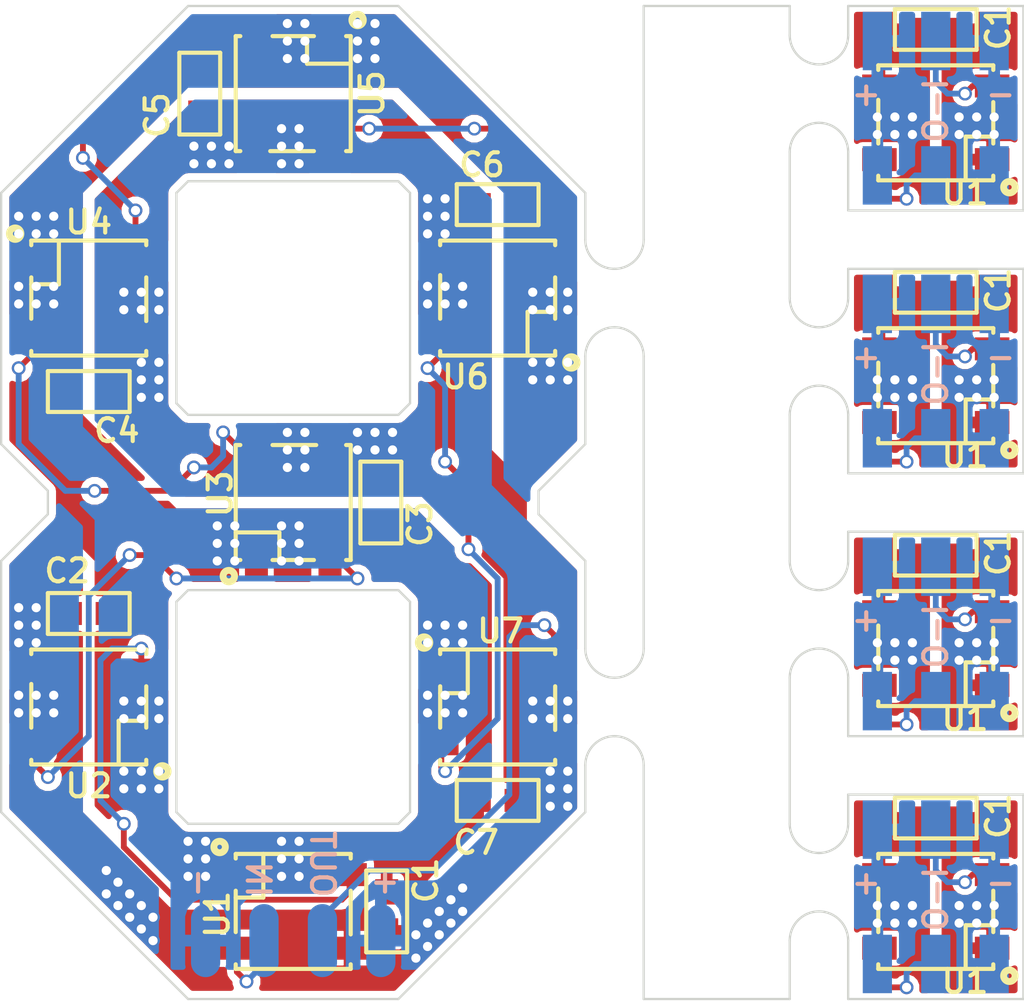
<source format=kicad_pcb>
(kicad_pcb (version 4) (host pcbnew "(2015-08-16 BZR 6095)-product")
  (layers (0 F.Cu signal) (31 B.Cu signal hide) (34 B.Paste user) (35 F.Paste user) (36 B.SilkS user) (37 F.SilkS user) (38 B.Mask user) (39 F.Mask user) (44 Edge.Cuts user))
  (net 0 "")
  (net 1 +5V)
  (net 2 GND)
  (net 3 "Net-(U1-Pad2)")
  (net 4 "Net-(U2-Pad2)")
  (net 5 "Net-(U3-Pad2)")
  (net 6 "Net-(U4-Pad2)")
  (net 7 "Net-(U5-Pad2)")
  (net 8 "Net-(U6-Pad2)")
  (net 9 /IN)
  (net 10 /OUT)
  (net 11 "Net-(J1-Pad2)")
  (net 12 "Net-(J2-Pad2)")
  (module SMT:C-0603 (layer F.Cu) (at 159.766 113.538 180)
    (fp_text reference C1 (at -3.302 -1.016 270) (layer F.SilkS) (effects (font (thickness 0.18)) (justify left bottom)))
    (fp_text value 100nF hide)
    (pad 1 smd rect (at -0.85 0 180) (size 1.1 1) (layers F.Cu F.Paste F.Mask) (net 2 GND))
    (pad 2 smd rect (at 0.85 0 180) (size 1.1 1) (layers F.Cu F.Paste F.Mask) (net 1 +5V))
  )
  (module Conn-Wire-Pads:WP-50mil-1x03 (layer B.Cu) (at 159.766 119.888)
    (fp_text reference J2 hide)
    (fp_text value HEADER-1x03 hide)
    (pad 1 smd rect (at -2.54 0) (size 1.27 2.54) (layers B.Cu B.Paste B.Mask) (net 1 +5V))
    (pad 2 smd rect (at 0 0) (size 1.27 2.54) (layers B.Cu B.Paste B.Mask) (net 12 "Net-(J2-Pad2)"))
    (pad 3 smd rect (at 2.54 0) (size 1.27 2.54) (layers B.Cu B.Paste B.Mask) (net 2 GND))
  )
  (module Conn-Wire-Pads:WP-50mil-1x03 (layer B.Cu) (at 159.766 114.046)
    (fp_text reference J1 hide)
    (fp_text value HEADER-1x03 hide)
    (pad 1 smd rect (at -2.54 0) (size 1.27 2.54) (layers B.Cu B.Paste B.Mask) (net 1 +5V))
    (pad 2 smd rect (at 0 0) (size 1.27 2.54) (layers B.Cu B.Paste B.Mask) (net 11 "Net-(J1-Pad2)"))
    (pad 3 smd rect (at 2.54 0) (size 1.27 2.54) (layers B.Cu B.Paste B.Mask) (net 2 GND))
  )
  (module Conn-Wire-Pads:WP-50mil-1x03 (layer B.Cu) (at 159.766 125.476)
    (fp_text reference J1 hide)
    (fp_text value HEADER-1x03 hide)
    (pad 1 smd rect (at -2.54 0) (size 1.27 2.54) (layers B.Cu B.Paste B.Mask) (net 1 +5V))
    (pad 2 smd rect (at 0 0) (size 1.27 2.54) (layers B.Cu B.Paste B.Mask) (net 11 "Net-(J1-Pad2)"))
    (pad 3 smd rect (at 2.54 0) (size 1.27 2.54) (layers B.Cu B.Paste B.Mask) (net 2 GND))
  )
  (module Conn-Wire-Pads:WP-50mil-1x03 (layer B.Cu) (at 159.766 131.318)
    (fp_text reference J2 hide)
    (fp_text value HEADER-1x03 hide)
    (pad 1 smd rect (at -2.54 0) (size 1.27 2.54) (layers B.Cu B.Paste B.Mask) (net 1 +5V))
    (pad 2 smd rect (at 0 0) (size 1.27 2.54) (layers B.Cu B.Paste B.Mask) (net 12 "Net-(J2-Pad2)"))
    (pad 3 smd rect (at 2.54 0) (size 1.27 2.54) (layers B.Cu B.Paste B.Mask) (net 2 GND))
  )
  (module SMT:C-0603 (layer F.Cu) (at 159.766 124.968 180)
    (fp_text reference C1 (at -3.302 -1.016 270) (layer F.SilkS) (effects (font (thickness 0.18)) (justify left bottom)))
    (fp_text value 100nF hide)
    (pad 1 smd rect (at -0.85 0 180) (size 1.1 1) (layers F.Cu F.Paste F.Mask) (net 2 GND))
    (pad 2 smd rect (at 0.85 0 180) (size 1.1 1) (layers F.Cu F.Paste F.Mask) (net 1 +5V))
  )
  (module SMT:C-0603 (layer F.Cu) (at 159.766 102.108 180)
    (fp_text reference C1 (at -3.302 -1.016 270) (layer F.SilkS) (effects (font (thickness 0.18)) (justify left bottom)))
    (fp_text value 100nF hide)
    (pad 1 smd rect (at -0.85 0 180) (size 1.1 1) (layers F.Cu F.Paste F.Mask) (net 2 GND))
    (pad 2 smd rect (at 0.85 0 180) (size 1.1 1) (layers F.Cu F.Paste F.Mask) (net 1 +5V))
  )
  (module Conn-Wire-Pads:WP-50mil-1x03 (layer B.Cu) (at 159.766 108.458)
    (fp_text reference J2 hide)
    (fp_text value HEADER-1x03 hide)
    (pad 1 smd rect (at -2.54 0) (size 1.27 2.54) (layers B.Cu B.Paste B.Mask) (net 1 +5V))
    (pad 2 smd rect (at 0 0) (size 1.27 2.54) (layers B.Cu B.Paste B.Mask) (net 12 "Net-(J2-Pad2)"))
    (pad 3 smd rect (at 2.54 0) (size 1.27 2.54) (layers B.Cu B.Paste B.Mask) (net 2 GND))
  )
  (module Conn-Wire-Pads:WP-50mil-1x03 (layer B.Cu) (at 159.766 102.616)
    (fp_text reference J1 hide)
    (fp_text value HEADER-1x03 hide)
    (pad 1 smd rect (at -2.54 0) (size 1.27 2.54) (layers B.Cu B.Paste B.Mask) (net 1 +5V))
    (pad 2 smd rect (at 0 0) (size 1.27 2.54) (layers B.Cu B.Paste B.Mask) (net 11 "Net-(J1-Pad2)"))
    (pad 3 smd rect (at 2.54 0) (size 1.27 2.54) (layers B.Cu B.Paste B.Mask) (net 2 GND))
  )
  (module Conn-Wire-Pads:WP-50mil-1x04 (layer B.Cu) (at 131.826 130.302)
    (fp_text reference J1 hide)
    (fp_text value HEADER-1x04 hide)
    (pad 1 smd oval (at -3.81 0) (size 1.27 3.175) (layers B.Cu B.Paste B.Mask) (net 2 GND))
    (pad 2 smd oval (at -1.27 0) (size 1.27 3.175) (layers B.Cu B.Paste B.Mask) (net 9 /IN))
    (pad 3 smd oval (at 1.27 0) (size 1.27 3.175) (layers B.Cu B.Paste B.Mask) (net 10 /OUT))
    (pad 4 smd oval (at 3.81 0) (size 1.27 3.175) (layers B.Cu B.Paste B.Mask) (net 1 +5V))
  )
  (module SMT:C-0603 (layer F.Cu) (at 135.89 129.032 90)
    (fp_text reference C1 (at 0.254 2.286 90) (layer F.SilkS) (effects (font (thickness 0.18)) (justify left bottom)))
    (fp_text value 100nF hide)
    (pad 1 smd rect (at -0.85 0 90) (size 1.1 1) (layers F.Cu F.Paste F.Mask) (net 1 +5V))
    (pad 2 smd rect (at 0.85 0 90) (size 1.1 1) (layers F.Cu F.Paste F.Mask) (net 2 GND))
  )
  (module SMT:C-0603 (layer F.Cu) (at 122.936 116.078)
    (fp_text reference C2 (at -2.032 -1.27) (layer F.SilkS) (effects (font (thickness 0.18)) (justify left bottom)))
    (fp_text value 100nF hide)
    (pad 1 smd rect (at -0.85 0) (size 1.1 1) (layers F.Cu F.Paste F.Mask) (net 1 +5V))
    (pad 2 smd rect (at 0.85 0) (size 1.1 1) (layers F.Cu F.Paste F.Mask) (net 2 GND))
  )
  (module SMT:C-0603 (layer F.Cu) (at 135.636 111.252 270)
    (fp_text reference C3 (at 2.032 -2.286 270) (layer F.SilkS) (effects (font (thickness 0.18)) (justify left bottom)))
    (fp_text value 100nF hide)
    (pad 1 smd rect (at -0.85 0 270) (size 1.1 1) (layers F.Cu F.Paste F.Mask) (net 1 +5V))
    (pad 2 smd rect (at 0.85 0 270) (size 1.1 1) (layers F.Cu F.Paste F.Mask) (net 2 GND))
  )
  (module SMT:C-0603 (layer F.Cu) (at 122.936 106.426 180)
    (fp_text reference C4 (at -0.127 -2.286 180) (layer F.SilkS) (effects (font (thickness 0.18)) (justify left bottom)))
    (fp_text value 100nF hide)
    (pad 1 smd rect (at -0.85 0 180) (size 1.1 1) (layers F.Cu F.Paste F.Mask) (net 1 +5V))
    (pad 2 smd rect (at 0.85 0 180) (size 1.1 1) (layers F.Cu F.Paste F.Mask) (net 2 GND))
  )
  (module SMT:C-0603 (layer F.Cu) (at 127.762 93.472 90)
    (fp_text reference C5 (at -2.032 -1.27 90) (layer F.SilkS) (effects (font (thickness 0.18)) (justify left bottom)))
    (fp_text value 100nF hide)
    (pad 1 smd rect (at -0.85 0 90) (size 1.1 1) (layers F.Cu F.Paste F.Mask) (net 1 +5V))
    (pad 2 smd rect (at 0.85 0 90) (size 1.1 1) (layers F.Cu F.Paste F.Mask) (net 2 GND))
  )
  (module SMT:C-0603 (layer F.Cu) (at 140.716 98.298)
    (fp_text reference C6 (at -1.778 -1.143) (layer F.SilkS) (effects (font (thickness 0.18)) (justify left bottom)))
    (fp_text value 100nF hide)
    (pad 1 smd rect (at -0.85 0) (size 1.1 1) (layers F.Cu F.Paste F.Mask) (net 1 +5V))
    (pad 2 smd rect (at 0.85 0) (size 1.1 1) (layers F.Cu F.Paste F.Mask) (net 2 GND))
  )
  (module SMT:C-0603 (layer F.Cu) (at 140.716 124.206 180)
    (fp_text reference C7 (at 2.032 -2.413 180) (layer F.SilkS) (effects (font (thickness 0.18)) (justify left bottom)))
    (fp_text value 100nF hide)
    (pad 1 smd rect (at -0.85 0 180) (size 1.1 1) (layers F.Cu F.Paste F.Mask) (net 1 +5V))
    (pad 2 smd rect (at 0.85 0 180) (size 1.1 1) (layers F.Cu F.Paste F.Mask) (net 2 GND))
  )
  (module Conn-Wire-Pads:WP-50mil-1x03 (layer B.Cu) (at 159.766 91.186)
    (fp_text reference J1 hide)
    (fp_text value HEADER-1x03 hide)
    (pad 1 smd rect (at -2.54 0) (size 1.27 2.54) (layers B.Cu B.Paste B.Mask) (net 1 +5V))
    (pad 2 smd rect (at 0 0) (size 1.27 2.54) (layers B.Cu B.Paste B.Mask) (net 11 "Net-(J1-Pad2)"))
    (pad 3 smd rect (at 2.54 0) (size 1.27 2.54) (layers B.Cu B.Paste B.Mask) (net 2 GND))
  )
  (module Conn-Wire-Pads:WP-50mil-1x03 (layer B.Cu) (at 159.766 97.028)
    (fp_text reference J2 hide)
    (fp_text value HEADER-1x03 hide)
    (pad 1 smd rect (at -2.54 0) (size 1.27 2.54) (layers B.Cu B.Paste B.Mask) (net 1 +5V))
    (pad 2 smd rect (at 0 0) (size 1.27 2.54) (layers B.Cu B.Paste B.Mask) (net 12 "Net-(J2-Pad2)"))
    (pad 3 smd rect (at 2.54 0) (size 1.27 2.54) (layers B.Cu B.Paste B.Mask) (net 2 GND))
  )
  (module SMT:C-0603 (layer F.Cu) (at 159.766 90.678 180)
    (fp_text reference C1 (at -3.302 -1.016 270) (layer F.SilkS) (effects (font (thickness 0.18)) (justify left bottom)))
    (fp_text value 100nF hide)
    (pad 1 smd rect (at -0.85 0 180) (size 1.1 1) (layers F.Cu F.Paste F.Mask) (net 2 GND))
    (pad 2 smd rect (at 0.85 0 180) (size 1.1 1) (layers F.Cu F.Paste F.Mask) (net 1 +5V))
  )
  (module Misc:mousebite-single (layer F.Cu) (at 145.796 102.362 180)
    (fp_text reference REF hide)
    (fp_text value breakaway-tab hide)
    (pad "" np_thru_hole circle (at 1.016 1.016 180) (size 0.508 0.508) (drill 0.508) (layers *.Cu))
    (pad "" np_thru_hole circle (at 1.016 0 180) (size 0.508 0.508) (drill 0.508) (layers *.Cu))
    (pad "" np_thru_hole circle (at 1.016 -1.016 180) (size 0.508 0.508) (drill 0.508) (layers *.Cu))
  )
  (module Misc:mousebite-single (layer F.Cu) (at 145.796 120.142 180)
    (fp_text reference REF hide)
    (fp_text value breakaway-tab hide)
    (pad "" np_thru_hole circle (at 1.016 1.016 180) (size 0.508 0.508) (drill 0.508) (layers *.Cu))
    (pad "" np_thru_hole circle (at 1.016 0 180) (size 0.508 0.508) (drill 0.508) (layers *.Cu))
    (pad "" np_thru_hole circle (at 1.016 -1.016 180) (size 0.508 0.508) (drill 0.508) (layers *.Cu))
  )
  (module Misc:mousebite-single (layer F.Cu) (at 154.686 127.762)
    (fp_text reference REF hide)
    (fp_text value breakaway-tab hide)
    (pad "" np_thru_hole circle (at 1.016 1.016) (size 0.508 0.508) (drill 0.508) (layers *.Cu))
    (pad "" np_thru_hole circle (at 1.016 0) (size 0.508 0.508) (drill 0.508) (layers *.Cu))
    (pad "" np_thru_hole circle (at 1.016 -1.016) (size 0.508 0.508) (drill 0.508) (layers *.Cu))
  )
  (module Misc:mousebite-single (layer F.Cu) (at 154.686 116.332)
    (fp_text reference REF hide)
    (fp_text value breakaway-tab hide)
    (pad "" np_thru_hole circle (at 1.016 1.016) (size 0.508 0.508) (drill 0.508) (layers *.Cu))
    (pad "" np_thru_hole circle (at 1.016 0) (size 0.508 0.508) (drill 0.508) (layers *.Cu))
    (pad "" np_thru_hole circle (at 1.016 -1.016) (size 0.508 0.508) (drill 0.508) (layers *.Cu))
  )
  (module Misc:mousebite-single (layer F.Cu) (at 154.686 104.902)
    (fp_text reference REF hide)
    (fp_text value breakaway-tab hide)
    (pad "" np_thru_hole circle (at 1.016 1.016) (size 0.508 0.508) (drill 0.508) (layers *.Cu))
    (pad "" np_thru_hole circle (at 1.016 0) (size 0.508 0.508) (drill 0.508) (layers *.Cu))
    (pad "" np_thru_hole circle (at 1.016 -1.016) (size 0.508 0.508) (drill 0.508) (layers *.Cu))
  )
  (module Misc:mousebite-single (layer F.Cu) (at 154.686 93.472)
    (fp_text reference REF hide)
    (fp_text value breakaway-tab hide)
    (pad "" np_thru_hole circle (at 1.016 1.016) (size 0.508 0.508) (drill 0.508) (layers *.Cu))
    (pad "" np_thru_hole circle (at 1.016 0) (size 0.508 0.508) (drill 0.508) (layers *.Cu))
    (pad "" np_thru_hole circle (at 1.016 -1.016) (size 0.508 0.508) (drill 0.508) (layers *.Cu))
  )
  (module SMT:LED-5050 (layer F.Cu) (at 159.766 94.742)
    (fp_text reference U1 (at 1.27 3.048) (layer F.SilkS) (effects (font (thickness 0.18))))
    (fp_text value WS2812B hide)
    (pad 2 smd rect (at -2.45 1.6) (size 1.5 1) (layers F.Cu F.Paste F.Mask) (net 12 "Net-(J2-Pad2)"))
    (pad 3 smd rect (at 2.45 1.6) (size 1.5 1) (layers F.Cu F.Paste F.Mask) (net 2 GND))
    (pad 4 smd rect (at 2.45 -1.6) (size 1.5 1) (layers F.Cu F.Paste F.Mask) (net 11 "Net-(J1-Pad2)"))
    (pad 1 smd rect (at -2.45 -1.6) (size 1.5 1) (layers F.Cu F.Paste F.Mask) (net 1 +5V))
  )
  (module SMT:LED-5050 (layer F.Cu) (at 140.716 120.142 180)
    (fp_text reference U7 (at -0.127 3.302 180) (layer F.SilkS) (effects (font (thickness 0.18))))
    (fp_text value WS2812B hide)
    (pad 2 smd rect (at -2.45 1.6 180) (size 1.5 1) (layers F.Cu F.Paste F.Mask) (net 10 /OUT))
    (pad 3 smd rect (at 2.45 1.6 180) (size 1.5 1) (layers F.Cu F.Paste F.Mask) (net 2 GND))
    (pad 4 smd rect (at 2.45 -1.6 180) (size 1.5 1) (layers F.Cu F.Paste F.Mask) (net 8 "Net-(U6-Pad2)"))
    (pad 1 smd rect (at -2.45 -1.6 180) (size 1.5 1) (layers F.Cu F.Paste F.Mask) (net 1 +5V))
  )
  (module SMT:LED-5050 (layer F.Cu) (at 140.716 102.362)
    (fp_text reference U6 (at -1.397 3.429) (layer F.SilkS) (effects (font (thickness 0.18))))
    (fp_text value WS2812B hide)
    (pad 2 smd rect (at -2.45 1.6) (size 1.5 1) (layers F.Cu F.Paste F.Mask) (net 8 "Net-(U6-Pad2)"))
    (pad 3 smd rect (at 2.45 1.6) (size 1.5 1) (layers F.Cu F.Paste F.Mask) (net 2 GND))
    (pad 4 smd rect (at 2.45 -1.6) (size 1.5 1) (layers F.Cu F.Paste F.Mask) (net 7 "Net-(U5-Pad2)"))
    (pad 1 smd rect (at -2.45 -1.6) (size 1.5 1) (layers F.Cu F.Paste F.Mask) (net 1 +5V))
  )
  (module SMT:LED-5050 (layer F.Cu) (at 131.826 93.472 90)
    (fp_text reference U5 (at 0 3.429 90) (layer F.SilkS) (effects (font (thickness 0.18))))
    (fp_text value WS2812B hide)
    (pad 2 smd rect (at -2.45 1.6 90) (size 1.5 1) (layers F.Cu F.Paste F.Mask) (net 7 "Net-(U5-Pad2)"))
    (pad 3 smd rect (at 2.45 1.6 90) (size 1.5 1) (layers F.Cu F.Paste F.Mask) (net 2 GND))
    (pad 4 smd rect (at 2.45 -1.6 90) (size 1.5 1) (layers F.Cu F.Paste F.Mask) (net 6 "Net-(U4-Pad2)"))
    (pad 1 smd rect (at -2.45 -1.6 90) (size 1.5 1) (layers F.Cu F.Paste F.Mask) (net 1 +5V))
  )
  (module SMT:LED-5050 (layer F.Cu) (at 122.936 102.362 180)
    (fp_text reference U4 (at 0 3.302 180) (layer F.SilkS) (effects (font (thickness 0.18))))
    (fp_text value WS2812B hide)
    (pad 2 smd rect (at -2.45 1.6 180) (size 1.5 1) (layers F.Cu F.Paste F.Mask) (net 6 "Net-(U4-Pad2)"))
    (pad 3 smd rect (at 2.45 1.6 180) (size 1.5 1) (layers F.Cu F.Paste F.Mask) (net 2 GND))
    (pad 4 smd rect (at 2.45 -1.6 180) (size 1.5 1) (layers F.Cu F.Paste F.Mask) (net 5 "Net-(U3-Pad2)"))
    (pad 1 smd rect (at -2.45 -1.6 180) (size 1.5 1) (layers F.Cu F.Paste F.Mask) (net 1 +5V))
  )
  (module SMT:LED-5050 (layer F.Cu) (at 131.826 111.252 270)
    (fp_text reference U3 (at -0.381 3.175 270) (layer F.SilkS) (effects (font (thickness 0.18))))
    (fp_text value WS2812B hide)
    (pad 2 smd rect (at -2.45 1.6 270) (size 1.5 1) (layers F.Cu F.Paste F.Mask) (net 5 "Net-(U3-Pad2)"))
    (pad 3 smd rect (at 2.45 1.6 270) (size 1.5 1) (layers F.Cu F.Paste F.Mask) (net 2 GND))
    (pad 4 smd rect (at 2.45 -1.6 270) (size 1.5 1) (layers F.Cu F.Paste F.Mask) (net 4 "Net-(U2-Pad2)"))
    (pad 1 smd rect (at -2.45 -1.6 270) (size 1.5 1) (layers F.Cu F.Paste F.Mask) (net 1 +5V))
  )
  (module SMT:LED-5050 (layer F.Cu) (at 122.936 120.142)
    (fp_text reference U2 (at 0 3.429) (layer F.SilkS) (effects (font (thickness 0.18))))
    (fp_text value WS2812B hide)
    (pad 2 smd rect (at -2.45 1.6) (size 1.5 1) (layers F.Cu F.Paste F.Mask) (net 4 "Net-(U2-Pad2)"))
    (pad 3 smd rect (at 2.45 1.6) (size 1.5 1) (layers F.Cu F.Paste F.Mask) (net 2 GND))
    (pad 4 smd rect (at 2.45 -1.6) (size 1.5 1) (layers F.Cu F.Paste F.Mask) (net 3 "Net-(U1-Pad2)"))
    (pad 1 smd rect (at -2.45 -1.6) (size 1.5 1) (layers F.Cu F.Paste F.Mask) (net 1 +5V))
  )
  (module SMT:LED-5050 (layer F.Cu) (at 131.826 129.032 180)
    (fp_text reference U1 (at 3.302 -0.127 270) (layer F.SilkS) (effects (font (thickness 0.18))))
    (fp_text value WS2812B hide)
    (pad 2 smd rect (at -2.45 1.6 180) (size 1.5 1) (layers F.Cu F.Paste F.Mask) (net 3 "Net-(U1-Pad2)"))
    (pad 3 smd rect (at 2.45 1.6 180) (size 1.5 1) (layers F.Cu F.Paste F.Mask) (net 2 GND))
    (pad 4 smd rect (at 2.45 -1.6 180) (size 1.5 1) (layers F.Cu F.Paste F.Mask) (net 9 /IN))
    (pad 1 smd rect (at -2.45 -1.6 180) (size 1.5 1) (layers F.Cu F.Paste F.Mask) (net 1 +5V))
  )
  (module SMT:LED-5050 (layer F.Cu) (at 159.766 106.172)
    (fp_text reference U1 (at 1.27 3.048) (layer F.SilkS) (effects (font (thickness 0.18))))
    (fp_text value WS2812B hide)
    (pad 2 smd rect (at -2.45 1.6) (size 1.5 1) (layers F.Cu F.Paste F.Mask) (net 12 "Net-(J2-Pad2)"))
    (pad 3 smd rect (at 2.45 1.6) (size 1.5 1) (layers F.Cu F.Paste F.Mask) (net 2 GND))
    (pad 4 smd rect (at 2.45 -1.6) (size 1.5 1) (layers F.Cu F.Paste F.Mask) (net 11 "Net-(J1-Pad2)"))
    (pad 1 smd rect (at -2.45 -1.6) (size 1.5 1) (layers F.Cu F.Paste F.Mask) (net 1 +5V))
  )
  (module SMT:LED-5050 (layer F.Cu) (at 159.766 129.032)
    (fp_text reference U1 (at 1.27 3.048) (layer F.SilkS) (effects (font (thickness 0.18))))
    (fp_text value WS2812B hide)
    (pad 2 smd rect (at -2.45 1.6) (size 1.5 1) (layers F.Cu F.Paste F.Mask) (net 12 "Net-(J2-Pad2)"))
    (pad 3 smd rect (at 2.45 1.6) (size 1.5 1) (layers F.Cu F.Paste F.Mask) (net 2 GND))
    (pad 4 smd rect (at 2.45 -1.6) (size 1.5 1) (layers F.Cu F.Paste F.Mask) (net 11 "Net-(J1-Pad2)"))
    (pad 1 smd rect (at -2.45 -1.6) (size 1.5 1) (layers F.Cu F.Paste F.Mask) (net 1 +5V))
  )
  (module SMT:LED-5050 (layer F.Cu) (at 159.766 117.602)
    (fp_text reference U1 (at 1.27 3.048) (layer F.SilkS) (effects (font (thickness 0.18))))
    (fp_text value WS2812B hide)
    (pad 2 smd rect (at -2.45 1.6) (size 1.5 1) (layers F.Cu F.Paste F.Mask) (net 12 "Net-(J2-Pad2)"))
    (pad 3 smd rect (at 2.45 1.6) (size 1.5 1) (layers F.Cu F.Paste F.Mask) (net 2 GND))
    (pad 4 smd rect (at 2.45 -1.6) (size 1.5 1) (layers F.Cu F.Paste F.Mask) (net 11 "Net-(J1-Pad2)"))
    (pad 1 smd rect (at -2.45 -1.6) (size 1.5 1) (layers F.Cu F.Paste F.Mask) (net 1 +5V))
  )
  (gr_text I-O (at 159.766 104.14 90) (layer B.SilkS) (effects (font (size 1 1) (thickness 0.18)) (justify left mirror)))
  (gr_text I-O (at 159.766 127 90) (layer B.SilkS) (effects (font (size 1 1) (thickness 0.18)) (justify left mirror)))
  (gr_text I-O (at 159.766 92.71 90) (layer B.SilkS) (effects (font (size 1 1) (thickness 0.18)) (justify left mirror)))
  (gr_text I-O (at 159.766 115.57 90) (layer B.SilkS) (effects (font (size 1 1) (thickness 0.18)) (justify left mirror)))
  (gr_text + (at 157.48 104.902) (layer B.SilkS) (effects (font (size 1 1) (thickness 0.18)) (justify left mirror)))
  (gr_text + (at 157.48 127.762) (layer B.SilkS) (effects (font (size 1 1) (thickness 0.18)) (justify left mirror)))
  (gr_text + (at 157.48 116.332) (layer B.SilkS) (effects (font (size 1 1) (thickness 0.18)) (justify left mirror)))
  (gr_text - (at 163.322 104.902) (layer B.SilkS) (effects (font (size 1 1) (thickness 0.18)) (justify left mirror)))
  (gr_text - (at 163.322 116.332) (layer B.SilkS) (effects (font (size 1 1) (thickness 0.18)) (justify left mirror)))
  (gr_text - (at 163.322 93.472) (layer B.SilkS) (effects (font (size 1 1) (thickness 0.18)) (justify left mirror)))
  (gr_text + (at 157.48 93.472) (layer B.SilkS) (effects (font (size 1 1) (thickness 0.18)) (justify left mirror)))
  (gr_text - (at 163.322 127.762) (layer B.SilkS) (effects (font (size 1 1) (thickness 0.18)) (justify left mirror)))
  (gr_arc (start 154.686 130.302) (end 153.416 130.302) (angle 90) (layer Edge.Cuts) (width 0.1))
  (gr_arc (start 154.686 130.302) (end 154.686 129.032) (angle 90) (layer Edge.Cuts) (width 0.1))
  (gr_arc (start 154.686 125.222) (end 154.686 126.492) (angle 90) (layer Edge.Cuts) (width 0.1))
  (gr_arc (start 154.686 125.222) (end 155.956 125.222) (angle 90) (layer Edge.Cuts) (width 0.1))
  (gr_arc (start 154.686 118.872) (end 153.416 118.872) (angle 90) (layer Edge.Cuts) (width 0.1))
  (gr_arc (start 154.686 118.872) (end 154.686 117.602) (angle 90) (layer Edge.Cuts) (width 0.1))
  (gr_arc (start 154.686 113.792) (end 154.686 115.062) (angle 90) (layer Edge.Cuts) (width 0.1))
  (gr_arc (start 154.686 113.792) (end 155.956 113.792) (angle 90) (layer Edge.Cuts) (width 0.1))
  (gr_arc (start 154.686 107.442) (end 153.416 107.442) (angle 90) (layer Edge.Cuts) (width 0.1))
  (gr_arc (start 154.686 107.442) (end 154.686 106.172) (angle 90) (layer Edge.Cuts) (width 0.1))
  (gr_arc (start 154.686 102.362) (end 154.686 103.632) (angle 90) (layer Edge.Cuts) (width 0.1))
  (gr_arc (start 154.686 102.362) (end 155.956 102.362) (angle 90) (layer Edge.Cuts) (width 0.1))
  (gr_arc (start 154.686 96.012) (end 153.416 96.012) (angle 90) (layer Edge.Cuts) (width 0.1))
  (gr_arc (start 154.686 96.012) (end 154.686 94.742) (angle 90) (layer Edge.Cuts) (width 0.1))
  (gr_arc (start 154.686 90.932) (end 154.686 92.202) (angle 90) (layer Edge.Cuts) (width 0.1))
  (gr_arc (start 154.686 90.932) (end 155.956 90.932) (angle 90) (layer Edge.Cuts) (width 0.1))
  (gr_line (start 153.416 89.662) (end 147.066 89.662) (angle 90) (layer Edge.Cuts) (width 0.1))
  (gr_line (start 153.416 90.932) (end 153.416 89.662) (angle 90) (layer Edge.Cuts) (width 0.1))
  (gr_line (start 153.416 102.362) (end 153.416 96.012) (angle 90) (layer Edge.Cuts) (width 0.1))
  (gr_line (start 153.416 113.792) (end 153.416 107.442) (angle 90) (layer Edge.Cuts) (width 0.1))
  (gr_line (start 153.416 132.842) (end 147.066 132.842) (angle 90) (layer Edge.Cuts) (width 0.1))
  (gr_line (start 153.416 130.302) (end 153.416 132.842) (angle 90) (layer Edge.Cuts) (width 0.1))
  (gr_line (start 153.416 125.222) (end 153.416 118.872) (angle 90) (layer Edge.Cuts) (width 0.1))
  (gr_line (start 155.956 130.302) (end 155.956 132.842) (angle 90) (layer Edge.Cuts) (width 0.1))
  (gr_line (start 155.956 123.952) (end 155.956 125.222) (angle 90) (layer Edge.Cuts) (width 0.1))
  (gr_line (start 155.956 118.872) (end 155.956 121.412) (angle 90) (layer Edge.Cuts) (width 0.1))
  (gr_line (start 155.956 112.522) (end 155.956 113.792) (angle 90) (layer Edge.Cuts) (width 0.1))
  (gr_line (start 155.956 107.442) (end 155.956 109.982) (angle 90) (layer Edge.Cuts) (width 0.1))
  (gr_line (start 155.956 101.092) (end 155.956 102.362) (angle 90) (layer Edge.Cuts) (width 0.1))
  (gr_line (start 155.956 96.012) (end 155.956 98.552) (angle 90) (layer Edge.Cuts) (width 0.1))
  (gr_line (start 155.956 89.662) (end 155.956 90.932) (angle 90) (layer Edge.Cuts) (width 0.1))
  (gr_line (start 147.066 122.682) (end 147.066 132.842) (angle 90) (layer Edge.Cuts) (width 0.1))
  (gr_line (start 144.526 122.682) (end 144.526 124.714) (angle 90) (layer Edge.Cuts) (width 0.1))
  (gr_line (start 144.526 97.79) (end 144.526 99.822) (angle 90) (layer Edge.Cuts) (width 0.1))
  (gr_arc (start 145.796 99.822) (end 145.796 101.092) (angle 90) (layer Edge.Cuts) (width 0.1))
  (gr_arc (start 145.796 99.822) (end 147.066 99.822) (angle 90) (layer Edge.Cuts) (width 0.1))
  (gr_arc (start 145.796 104.902) (end 144.526 104.902) (angle 90) (layer Edge.Cuts) (width 0.1))
  (gr_arc (start 145.796 104.902) (end 145.796 103.632) (angle 90) (layer Edge.Cuts) (width 0.1))
  (gr_arc (start 145.796 122.682) (end 144.526 122.682) (angle 90) (layer Edge.Cuts) (width 0.1))
  (gr_arc (start 145.796 122.682) (end 145.796 121.412) (angle 90) (layer Edge.Cuts) (width 0.1))
  (gr_arc (start 145.796 117.602) (end 145.796 118.872) (angle 90) (layer Edge.Cuts) (width 0.1))
  (gr_arc (start 145.796 117.602) (end 147.066 117.602) (angle 90) (layer Edge.Cuts) (width 0.1))
  (gr_line (start 147.066 89.662) (end 147.066 99.822) (angle 90) (layer Edge.Cuts) (width 0.1))
  (gr_line (start 144.526 104.902) (end 144.526 108.712) (angle 90) (layer Edge.Cuts) (width 0.1))
  (gr_line (start 144.526 113.792) (end 144.526 117.602) (angle 90) (layer Edge.Cuts) (width 0.1))
  (gr_line (start 147.066 117.602) (end 147.066 104.902) (angle 90) (layer Edge.Cuts) (width 0.1))
  (gr_line (start 155.956 112.522) (end 163.576 112.522) (angle 90) (layer Edge.Cuts) (width 0.1))
  (gr_line (start 163.576 121.412) (end 155.956 121.412) (angle 90) (layer Edge.Cuts) (width 0.1))
  (gr_line (start 163.576 121.412) (end 163.576 112.522) (angle 90) (layer Edge.Cuts) (width 0.1))
  (gr_line (start 163.576 132.842) (end 163.576 123.952) (angle 90) (layer Edge.Cuts) (width 0.1))
  (gr_line (start 163.576 132.842) (end 155.956 132.842) (angle 90) (layer Edge.Cuts) (width 0.1))
  (gr_line (start 155.956 123.952) (end 163.576 123.952) (angle 90) (layer Edge.Cuts) (width 0.1))
  (gr_line (start 155.956 101.092) (end 163.576 101.092) (angle 90) (layer Edge.Cuts) (width 0.1))
  (gr_line (start 163.576 109.982) (end 155.956 109.982) (angle 90) (layer Edge.Cuts) (width 0.1))
  (gr_line (start 163.576 109.982) (end 163.576 101.092) (angle 90) (layer Edge.Cuts) (width 0.1))
  (gr_text OUT (at 133.096 128.524 270) (layer B.SilkS) (effects (font (size 1 1) (thickness 0.18)) (justify left mirror)))
  (gr_text IN (at 130.302 128.524 270) (layer B.SilkS) (effects (font (size 1 1) (thickness 0.18)) (justify left mirror)))
  (gr_text - (at 127.762 128.524 270) (layer B.SilkS) (effects (font (size 1 1) (thickness 0.18)) (justify left mirror)))
  (gr_text + (at 135.89 128.524 270) (layer B.SilkS) (effects (font (size 1 1) (thickness 0.18)) (justify left mirror)))
  (gr_line (start 127.254 89.662) (end 136.398 89.662) (angle 90) (layer Edge.Cuts) (width 0.1))
  (gr_line (start 136.398 132.842) (end 127.254 132.842) (angle 90) (layer Edge.Cuts) (width 0.1))
  (gr_line (start 119.126 97.79) (end 119.126 108.712) (angle 90) (layer Edge.Cuts) (width 0.1))
  (gr_line (start 126.746 106.934) (end 126.746 97.79) (angle 90) (layer Edge.Cuts) (width 0.1))
  (gr_line (start 136.398 107.442) (end 127.254 107.442) (angle 90) (layer Edge.Cuts) (width 0.1))
  (gr_line (start 136.906 97.79) (end 136.906 106.934) (angle 90) (layer Edge.Cuts) (width 0.1))
  (gr_line (start 127.254 97.282) (end 136.398 97.282) (angle 90) (layer Edge.Cuts) (width 0.1))
  (gr_line (start 126.746 124.714) (end 126.746 115.57) (angle 90) (layer Edge.Cuts) (width 0.1))
  (gr_line (start 127.254 125.222) (end 126.746 124.714) (angle 90) (layer Edge.Cuts) (width 0.1))
  (gr_line (start 136.398 125.222) (end 127.254 125.222) (angle 90) (layer Edge.Cuts) (width 0.1))
  (gr_line (start 136.906 124.714) (end 136.398 125.222) (angle 90) (layer Edge.Cuts) (width 0.1))
  (gr_line (start 136.906 115.57) (end 136.906 124.714) (angle 90) (layer Edge.Cuts) (width 0.1))
  (gr_line (start 127.254 115.062) (end 136.398 115.062) (angle 90) (layer Edge.Cuts) (width 0.1))
  (gr_line (start 126.746 115.57) (end 127.254 115.062) (angle 90) (layer Edge.Cuts) (width 0.1))
  (gr_line (start 119.126 124.714) (end 119.126 113.792) (angle 90) (layer Edge.Cuts) (width 0.1))
  (gr_line (start 136.398 115.062) (end 136.906 115.57) (angle 90) (layer Edge.Cuts) (width 0.1))
  (gr_line (start 136.906 106.934) (end 136.398 107.442) (angle 90) (layer Edge.Cuts) (width 0.1))
  (gr_line (start 136.398 97.282) (end 136.906 97.79) (angle 90) (layer Edge.Cuts) (width 0.1))
  (gr_line (start 126.746 97.79) (end 127.254 97.282) (angle 90) (layer Edge.Cuts) (width 0.1))
  (gr_line (start 127.254 107.442) (end 126.746 106.934) (angle 90) (layer Edge.Cuts) (width 0.1))
  (gr_line (start 144.526 124.714) (end 136.398 132.842) (angle 90) (layer Edge.Cuts) (width 0.1))
  (gr_line (start 142.494 111.76) (end 144.526 113.792) (angle 90) (layer Edge.Cuts) (width 0.1))
  (gr_line (start 142.494 110.744) (end 142.494 111.76) (angle 90) (layer Edge.Cuts) (width 0.1))
  (gr_line (start 144.526 108.712) (end 142.494 110.744) (angle 90) (layer Edge.Cuts) (width 0.1))
  (gr_line (start 136.398 89.662) (end 144.526 97.79) (angle 90) (layer Edge.Cuts) (width 0.1))
  (gr_line (start 119.126 97.79) (end 127.254 89.662) (angle 90) (layer Edge.Cuts) (width 0.1))
  (gr_line (start 121.158 110.744) (end 119.126 108.712) (angle 90) (layer Edge.Cuts) (width 0.1))
  (gr_line (start 121.158 111.76) (end 121.158 110.744) (angle 90) (layer Edge.Cuts) (width 0.1))
  (gr_line (start 119.126 113.792) (end 121.158 111.76) (angle 90) (layer Edge.Cuts) (width 0.1))
  (gr_line (start 127.254 132.842) (end 119.126 124.714) (angle 90) (layer Edge.Cuts) (width 0.1))
  (gr_line (start 163.576 98.552) (end 163.576 89.662) (angle 90) (layer Edge.Cuts) (width 0.1))
  (gr_line (start 163.576 98.552) (end 155.956 98.552) (angle 90) (layer Edge.Cuts) (width 0.1))
  (gr_line (start 155.956 89.662) (end 163.576 89.662) (angle 90) (layer Edge.Cuts) (width 0.1))
  (via (at 157.226 118.11) (size 0.6) (drill 0.4) (layers F.Cu B.Cu) (net 1))
  (via (at 157.988 118.11) (size 0.6) (drill 0.4) (layers F.Cu B.Cu) (net 1))
  (segment (start 157.226 118.11) (end 157.988 118.11) (width 0.4064) (layer F.Cu) (net 1))
  (via (at 157.226 117.348) (size 0.6) (drill 0.4) (layers F.Cu B.Cu) (net 1))
  (via (at 157.988 117.348) (size 0.6) (drill 0.4) (layers F.Cu B.Cu) (net 1))
  (segment (start 157.226 117.348) (end 157.988 117.348) (width 0.4064) (layer F.Cu) (net 1))
  (via (at 158.75 118.11) (size 0.6) (drill 0.4) (layers F.Cu B.Cu) (net 1))
  (segment (start 157.988 118.11) (end 158.75 118.11) (width 0.4064) (layer B.Cu) (net 1))
  (via (at 158.75 117.348) (size 0.6) (drill 0.4) (layers F.Cu B.Cu) (net 1))
  (segment (start 158.75 118.11) (end 158.75 117.348) (width 0.4064) (layer F.Cu) (net 1))
  (segment (start 157.226 117.348) (end 157.226 114.046) (width 0.4064) (layer B.Cu) (net 1))
  (segment (start 157.226 118.11) (end 157.226 119.888) (width 0.4064) (layer B.Cu) (net 1))
  (segment (start 157.226 129.54) (end 157.226 131.318) (width 0.4064) (layer B.Cu) (net 1))
  (segment (start 157.226 128.778) (end 157.226 125.476) (width 0.4064) (layer B.Cu) (net 1))
  (segment (start 158.75 129.54) (end 158.75 128.778) (width 0.4064) (layer F.Cu) (net 1))
  (via (at 158.75 128.778) (size 0.6) (drill 0.4) (layers F.Cu B.Cu) (net 1))
  (segment (start 157.988 129.54) (end 158.75 129.54) (width 0.4064) (layer B.Cu) (net 1))
  (via (at 158.75 129.54) (size 0.6) (drill 0.4) (layers F.Cu B.Cu) (net 1))
  (segment (start 157.226 128.778) (end 157.988 128.778) (width 0.4064) (layer F.Cu) (net 1))
  (via (at 157.988 128.778) (size 0.6) (drill 0.4) (layers F.Cu B.Cu) (net 1))
  (via (at 157.226 128.778) (size 0.6) (drill 0.4) (layers F.Cu B.Cu) (net 1))
  (segment (start 157.226 129.54) (end 157.988 129.54) (width 0.4064) (layer F.Cu) (net 1))
  (via (at 157.988 129.54) (size 0.6) (drill 0.4) (layers F.Cu B.Cu) (net 1))
  (via (at 157.226 129.54) (size 0.6) (drill 0.4) (layers F.Cu B.Cu) (net 1))
  (via (at 157.226 106.68) (size 0.6) (drill 0.4) (layers F.Cu B.Cu) (net 1))
  (via (at 157.988 106.68) (size 0.6) (drill 0.4) (layers F.Cu B.Cu) (net 1))
  (segment (start 157.226 106.68) (end 157.988 106.68) (width 0.4064) (layer F.Cu) (net 1))
  (via (at 157.226 105.918) (size 0.6) (drill 0.4) (layers F.Cu B.Cu) (net 1))
  (via (at 157.988 105.918) (size 0.6) (drill 0.4) (layers F.Cu B.Cu) (net 1))
  (segment (start 157.226 105.918) (end 157.988 105.918) (width 0.4064) (layer F.Cu) (net 1))
  (via (at 158.75 106.68) (size 0.6) (drill 0.4) (layers F.Cu B.Cu) (net 1))
  (segment (start 157.988 106.68) (end 158.75 106.68) (width 0.4064) (layer B.Cu) (net 1))
  (via (at 158.75 105.918) (size 0.6) (drill 0.4) (layers F.Cu B.Cu) (net 1))
  (segment (start 158.75 106.68) (end 158.75 105.918) (width 0.4064) (layer F.Cu) (net 1))
  (segment (start 157.226 105.918) (end 157.226 102.616) (width 0.4064) (layer B.Cu) (net 1))
  (segment (start 157.226 106.68) (end 157.226 108.458) (width 0.4064) (layer B.Cu) (net 1))
  (segment (start 157.226 95.25) (end 157.226 97.028) (width 0.4064) (layer B.Cu) (net 1))
  (segment (start 157.226 94.488) (end 157.226 91.186) (width 0.4064) (layer B.Cu) (net 1))
  (segment (start 158.75 95.25) (end 158.75 94.488) (width 0.4064) (layer F.Cu) (net 1))
  (via (at 158.75 94.488) (size 0.6) (drill 0.4) (layers F.Cu B.Cu) (net 1))
  (segment (start 157.988 95.25) (end 158.75 95.25) (width 0.4064) (layer B.Cu) (net 1))
  (via (at 158.75 95.25) (size 0.6) (drill 0.4) (layers F.Cu B.Cu) (net 1))
  (segment (start 157.226 94.488) (end 157.988 94.488) (width 0.4064) (layer F.Cu) (net 1))
  (via (at 157.988 94.488) (size 0.6) (drill 0.4) (layers F.Cu B.Cu) (net 1))
  (via (at 157.226 94.488) (size 0.6) (drill 0.4) (layers F.Cu B.Cu) (net 1))
  (segment (start 157.226 95.25) (end 157.988 95.25) (width 0.4064) (layer F.Cu) (net 1))
  (via (at 157.988 95.25) (size 0.6) (drill 0.4) (layers F.Cu B.Cu) (net 1))
  (via (at 157.226 95.25) (size 0.6) (drill 0.4) (layers F.Cu B.Cu) (net 1))
  (segment (start 135.636 110.402) (end 135.636 109.22) (width 0.4064) (layer F.Cu) (net 1))
  (segment (start 135.636 109.22) (end 135.382 108.966) (width 0.4064) (layer F.Cu) (net 1))
  (segment (start 136.144 108.204) (end 136.144 108.966) (width 0.4064) (layer F.Cu) (net 1))
  (via (at 136.144 108.966) (size 0.6) (drill 0.4) (layers F.Cu B.Cu) (net 1))
  (segment (start 135.382 108.204) (end 136.144 108.204) (width 0.4064) (layer B.Cu) (net 1))
  (via (at 136.144 108.204) (size 0.6) (drill 0.4) (layers F.Cu B.Cu) (net 1))
  (segment (start 131.572 108.966) (end 132.334 108.966) (width 0.4064) (layer B.Cu) (net 1))
  (via (at 132.334 108.966) (size 0.6) (drill 0.4) (layers F.Cu B.Cu) (net 1))
  (segment (start 131.572 108.204) (end 131.572 108.966) (width 0.4064) (layer F.Cu) (net 1))
  (via (at 131.572 108.966) (size 0.6) (drill 0.4) (layers F.Cu B.Cu) (net 1))
  (segment (start 132.334 108.204) (end 131.572 108.204) (width 0.4064) (layer B.Cu) (net 1))
  (via (at 131.572 108.204) (size 0.6) (drill 0.4) (layers F.Cu B.Cu) (net 1))
  (segment (start 133.426 108.802) (end 132.932 108.802) (width 0.4064) (layer F.Cu) (net 1))
  (segment (start 132.932 108.802) (end 132.334 108.204) (width 0.4064) (layer F.Cu) (net 1))
  (via (at 132.334 108.204) (size 0.6) (drill 0.4) (layers F.Cu B.Cu) (net 1))
  (segment (start 135.382 108.966) (end 134.62 108.966) (width 0.4064) (layer B.Cu) (net 1))
  (via (at 134.62 108.966) (size 0.6) (drill 0.4) (layers F.Cu B.Cu) (net 1))
  (segment (start 135.382 108.204) (end 135.382 108.966) (width 0.4064) (layer F.Cu) (net 1))
  (via (at 135.382 108.966) (size 0.6) (drill 0.4) (layers F.Cu B.Cu) (net 1))
  (segment (start 134.62 108.204) (end 135.382 108.204) (width 0.4064) (layer B.Cu) (net 1))
  (via (at 135.382 108.204) (size 0.6) (drill 0.4) (layers F.Cu B.Cu) (net 1))
  (segment (start 133.426 108.802) (end 134.022 108.802) (width 0.4064) (layer F.Cu) (net 1))
  (segment (start 134.022 108.802) (end 134.62 108.204) (width 0.4064) (layer F.Cu) (net 1))
  (via (at 134.62 108.204) (size 0.6) (drill 0.4) (layers F.Cu B.Cu) (net 1))
  (segment (start 141.566 124.206) (end 142.748 124.206) (width 0.4064) (layer F.Cu) (net 1))
  (segment (start 142.748 124.206) (end 143.002 124.46) (width 0.4064) (layer F.Cu) (net 1))
  (segment (start 139.866 98.298) (end 138.684 98.298) (width 0.4064) (layer F.Cu) (net 1))
  (segment (start 138.684 98.298) (end 138.43 98.044) (width 0.4064) (layer F.Cu) (net 1))
  (segment (start 125.222 105.918) (end 125.222 106.68) (width 0.4064) (layer B.Cu) (net 1))
  (via (at 125.222 106.68) (size 0.6) (drill 0.4) (layers F.Cu B.Cu) (net 1))
  (segment (start 143.002 123.698) (end 143.002 124.46) (width 0.4064) (layer B.Cu) (net 1))
  (via (at 143.002 124.46) (size 0.6) (drill 0.4) (layers F.Cu B.Cu) (net 1))
  (segment (start 120.65 116.586) (end 120.65 115.824) (width 0.4064) (layer F.Cu) (net 1))
  (via (at 120.65 115.824) (size 0.6) (drill 0.4) (layers F.Cu B.Cu) (net 1))
  (segment (start 138.43 98.806) (end 138.43 98.044) (width 0.4064) (layer F.Cu) (net 1))
  (via (at 138.43 98.044) (size 0.6) (drill 0.4) (layers F.Cu B.Cu) (net 1))
  (segment (start 128.27 95.758) (end 127.508 95.758) (width 0.4064) (layer B.Cu) (net 1))
  (via (at 127.508 95.758) (size 0.6) (drill 0.4) (layers F.Cu B.Cu) (net 1))
  (segment (start 119.888 116.586) (end 119.888 115.824) (width 0.4064) (layer F.Cu) (net 1))
  (via (at 119.888 115.824) (size 0.6) (drill 0.4) (layers F.Cu B.Cu) (net 1))
  (segment (start 120.65 119.634) (end 121.412 119.634) (width 0.4064) (layer B.Cu) (net 1))
  (via (at 121.412 119.634) (size 0.6) (drill 0.4) (layers F.Cu B.Cu) (net 1))
  (segment (start 120.65 120.396) (end 121.412 120.396) (width 0.4064) (layer F.Cu) (net 1))
  (via (at 121.412 120.396) (size 0.6) (drill 0.4) (layers F.Cu B.Cu) (net 1))
  (segment (start 143.764 123.698) (end 143.764 124.46) (width 0.4064) (layer F.Cu) (net 1))
  (via (at 143.764 124.46) (size 0.6) (drill 0.4) (layers F.Cu B.Cu) (net 1))
  (segment (start 143.002 120.65) (end 142.24 120.65) (width 0.4064) (layer F.Cu) (net 1))
  (via (at 142.24 120.65) (size 0.6) (drill 0.4) (layers F.Cu B.Cu) (net 1))
  (segment (start 143.002 119.888) (end 142.24 119.888) (width 0.4064) (layer B.Cu) (net 1))
  (via (at 142.24 119.888) (size 0.6) (drill 0.4) (layers F.Cu B.Cu) (net 1))
  (segment (start 138.43 102.616) (end 139.192 102.616) (width 0.4064) (layer B.Cu) (net 1))
  (via (at 139.192 102.616) (size 0.6) (drill 0.4) (layers F.Cu B.Cu) (net 1))
  (segment (start 138.43 101.854) (end 139.192 101.854) (width 0.4064) (layer F.Cu) (net 1))
  (via (at 139.192 101.854) (size 0.6) (drill 0.4) (layers F.Cu B.Cu) (net 1))
  (segment (start 137.668 98.806) (end 137.668 98.044) (width 0.4064) (layer F.Cu) (net 1))
  (via (at 137.668 98.044) (size 0.6) (drill 0.4) (layers F.Cu B.Cu) (net 1))
  (segment (start 131.318 95.758) (end 131.318 94.996) (width 0.4064) (layer B.Cu) (net 1))
  (via (at 131.318 94.996) (size 0.6) (drill 0.4) (layers F.Cu B.Cu) (net 1))
  (segment (start 132.08 95.758) (end 132.08 94.996) (width 0.4064) (layer F.Cu) (net 1))
  (via (at 132.08 94.996) (size 0.6) (drill 0.4) (layers F.Cu B.Cu) (net 1))
  (segment (start 128.27 96.52) (end 127.508 96.52) (width 0.4064) (layer B.Cu) (net 1))
  (via (at 127.508 96.52) (size 0.6) (drill 0.4) (layers F.Cu B.Cu) (net 1))
  (segment (start 125.984 105.918) (end 125.984 106.68) (width 0.4064) (layer B.Cu) (net 1))
  (via (at 125.984 106.68) (size 0.6) (drill 0.4) (layers F.Cu B.Cu) (net 1))
  (segment (start 124.46 102.108) (end 124.46 102.87) (width 0.4064) (layer B.Cu) (net 1))
  (via (at 124.46 102.87) (size 0.6) (drill 0.4) (layers F.Cu B.Cu) (net 1))
  (segment (start 125.222 102.108) (end 124.46 102.108) (width 0.4064) (layer F.Cu) (net 1))
  (via (at 124.46 102.108) (size 0.6) (drill 0.4) (layers F.Cu B.Cu) (net 1))
  (segment (start 143.002 123.698) (end 143.002 122.936) (width 0.4064) (layer B.Cu) (net 1))
  (via (at 143.002 122.936) (size 0.6) (drill 0.4) (layers F.Cu B.Cu) (net 1))
  (segment (start 143.764 123.698) (end 143.002 123.698) (width 0.4064) (layer F.Cu) (net 1))
  (via (at 143.002 123.698) (size 0.6) (drill 0.4) (layers F.Cu B.Cu) (net 1))
  (segment (start 143.764 122.936) (end 143.764 123.698) (width 0.4064) (layer B.Cu) (net 1))
  (via (at 143.764 123.698) (size 0.6) (drill 0.4) (layers F.Cu B.Cu) (net 1))
  (segment (start 143.166 121.742) (end 143.166 122.338) (width 0.4064) (layer F.Cu) (net 1))
  (segment (start 143.166 122.338) (end 143.764 122.936) (width 0.4064) (layer F.Cu) (net 1))
  (via (at 143.764 122.936) (size 0.6) (drill 0.4) (layers F.Cu B.Cu) (net 1))
  (segment (start 143.002 119.888) (end 143.002 120.65) (width 0.4064) (layer B.Cu) (net 1))
  (via (at 143.002 120.65) (size 0.6) (drill 0.4) (layers F.Cu B.Cu) (net 1))
  (segment (start 143.764 119.888) (end 143.002 119.888) (width 0.4064) (layer F.Cu) (net 1))
  (via (at 143.002 119.888) (size 0.6) (drill 0.4) (layers F.Cu B.Cu) (net 1))
  (segment (start 143.764 120.65) (end 143.764 119.888) (width 0.4064) (layer B.Cu) (net 1))
  (via (at 143.764 119.888) (size 0.6) (drill 0.4) (layers F.Cu B.Cu) (net 1))
  (segment (start 143.166 121.742) (end 143.166 121.248) (width 0.4064) (layer F.Cu) (net 1))
  (segment (start 143.166 121.248) (end 143.764 120.65) (width 0.4064) (layer F.Cu) (net 1))
  (via (at 143.764 120.65) (size 0.6) (drill 0.4) (layers F.Cu B.Cu) (net 1))
  (segment (start 128.27 95.758) (end 129.032 95.758) (width 0.4064) (layer B.Cu) (net 1))
  (via (at 129.032 95.758) (size 0.6) (drill 0.4) (layers F.Cu B.Cu) (net 1))
  (segment (start 128.27 96.52) (end 128.27 95.758) (width 0.4064) (layer F.Cu) (net 1))
  (via (at 128.27 95.758) (size 0.6) (drill 0.4) (layers F.Cu B.Cu) (net 1))
  (segment (start 129.032 96.52) (end 128.27 96.52) (width 0.4064) (layer B.Cu) (net 1))
  (via (at 128.27 96.52) (size 0.6) (drill 0.4) (layers F.Cu B.Cu) (net 1))
  (segment (start 130.226 95.922) (end 129.63 95.922) (width 0.4064) (layer F.Cu) (net 1))
  (segment (start 129.63 95.922) (end 129.032 96.52) (width 0.4064) (layer F.Cu) (net 1))
  (via (at 129.032 96.52) (size 0.6) (layers F.Cu B.Cu) (net 1))
  (segment (start 132.08 95.758) (end 131.318 95.758) (width 0.4064) (layer B.Cu) (net 1))
  (via (at 131.318 95.758) (size 0.6) (drill 0.4) (layers F.Cu B.Cu) (net 1))
  (segment (start 132.08 96.52) (end 132.08 95.758) (width 0.4064) (layer F.Cu) (net 1))
  (via (at 132.08 95.758) (size 0.6) (drill 0.4) (layers F.Cu B.Cu) (net 1))
  (segment (start 131.318 96.52) (end 132.08 96.52) (width 0.4064) (layer B.Cu) (net 1))
  (via (at 132.08 96.52) (size 0.6) (drill 0.4) (layers F.Cu B.Cu) (net 1))
  (segment (start 130.226 95.922) (end 130.72 95.922) (width 0.4064) (layer F.Cu) (net 1))
  (segment (start 130.72 95.922) (end 131.318 96.52) (width 0.4064) (layer F.Cu) (net 1))
  (via (at 131.318 96.52) (size 0.6) (drill 0.4) (layers F.Cu B.Cu) (net 1))
  (segment (start 125.222 102.108) (end 125.222 102.87) (width 0.4064) (layer B.Cu) (net 1))
  (via (at 125.222 102.87) (size 0.6) (drill 0.4) (layers F.Cu B.Cu) (net 1))
  (segment (start 125.984 102.108) (end 125.222 102.108) (width 0.4064) (layer F.Cu) (net 1))
  (via (at 125.222 102.108) (size 0.6) (drill 0.4) (layers F.Cu B.Cu) (net 1))
  (segment (start 125.984 102.87) (end 125.984 102.108) (width 0.4064) (layer B.Cu) (net 1))
  (via (at 125.984 102.108) (size 0.6) (drill 0.4) (layers F.Cu B.Cu) (net 1))
  (segment (start 125.386 103.962) (end 125.386 103.468) (width 0.4064) (layer F.Cu) (net 1))
  (segment (start 125.386 103.468) (end 125.984 102.87) (width 0.4064) (layer F.Cu) (net 1))
  (via (at 125.984 102.87) (size 0.6) (drill 0.4) (layers F.Cu B.Cu) (net 1))
  (segment (start 125.222 105.918) (end 125.222 105.156) (width 0.4064) (layer B.Cu) (net 1))
  (via (at 125.222 105.156) (size 0.6) (drill 0.4) (layers F.Cu B.Cu) (net 1))
  (segment (start 125.984 105.918) (end 125.222 105.918) (width 0.4064) (layer F.Cu) (net 1))
  (via (at 125.222 105.918) (size 0.6) (drill 0.4) (layers F.Cu B.Cu) (net 1))
  (segment (start 125.984 105.156) (end 125.984 105.918) (width 0.4064) (layer B.Cu) (net 1))
  (via (at 125.984 105.918) (size 0.6) (drill 0.4) (layers F.Cu B.Cu) (net 1))
  (segment (start 125.386 103.962) (end 125.386 104.558) (width 0.4064) (layer F.Cu) (net 1))
  (segment (start 125.386 104.558) (end 125.984 105.156) (width 0.4064) (layer F.Cu) (net 1))
  (via (at 125.984 105.156) (size 0.6) (drill 0.4) (layers F.Cu B.Cu) (net 1))
  (segment (start 138.43 98.806) (end 138.43 99.568) (width 0.4064) (layer B.Cu) (net 1))
  (via (at 138.43 99.568) (size 0.6) (drill 0.4) (layers F.Cu B.Cu) (net 1))
  (segment (start 137.668 98.806) (end 138.43 98.806) (width 0.4064) (layer F.Cu) (net 1))
  (via (at 138.43 98.806) (size 0.6) (drill 0.4) (layers F.Cu B.Cu) (net 1))
  (segment (start 137.668 99.568) (end 137.668 98.806) (width 0.4064) (layer B.Cu) (net 1))
  (via (at 137.668 98.806) (size 0.6) (drill 0.4) (layers F.Cu B.Cu) (net 1))
  (segment (start 138.266 100.762) (end 138.266 100.166) (width 0.4064) (layer F.Cu) (net 1))
  (segment (start 138.266 100.166) (end 137.668 99.568) (width 0.4064) (layer F.Cu) (net 1))
  (via (at 137.668 99.568) (size 0.6) (drill 0.4) (layers F.Cu B.Cu) (net 1))
  (segment (start 138.43 102.616) (end 138.43 101.854) (width 0.4064) (layer B.Cu) (net 1))
  (via (at 138.43 101.854) (size 0.6) (drill 0.4) (layers F.Cu B.Cu) (net 1))
  (segment (start 137.668 102.616) (end 138.43 102.616) (width 0.4064) (layer F.Cu) (net 1))
  (via (at 138.43 102.616) (size 0.6) (drill 0.4) (layers F.Cu B.Cu) (net 1))
  (segment (start 137.668 101.854) (end 137.668 102.616) (width 0.4064) (layer B.Cu) (net 1))
  (via (at 137.668 102.616) (size 0.6) (drill 0.4) (layers F.Cu B.Cu) (net 1))
  (segment (start 138.266 100.762) (end 138.266 101.256) (width 0.4064) (layer F.Cu) (net 1))
  (via (at 137.668 101.854) (size 0.6) (drill 0.4) (layers F.Cu B.Cu) (net 1))
  (segment (start 138.266 101.256) (end 137.668 101.854) (width 0.4064) (layer F.Cu) (net 1))
  (segment (start 120.65 120.396) (end 120.65 119.634) (width 0.4064) (layer B.Cu) (net 1))
  (via (at 120.65 119.634) (size 0.6) (drill 0.4) (layers F.Cu B.Cu) (net 1))
  (segment (start 119.888 120.396) (end 120.65 120.396) (width 0.4064) (layer F.Cu) (net 1))
  (via (at 120.65 120.396) (size 0.6) (drill 0.4) (layers F.Cu B.Cu) (net 1))
  (segment (start 119.888 119.634) (end 119.888 120.396) (width 0.4064) (layer B.Cu) (net 1))
  (via (at 119.888 120.396) (size 0.6) (drill 0.4) (layers F.Cu B.Cu) (net 1))
  (segment (start 120.486 118.542) (end 120.486 119.036) (width 0.4064) (layer F.Cu) (net 1))
  (segment (start 120.486 119.036) (end 119.888 119.634) (width 0.4064) (layer F.Cu) (net 1))
  (via (at 119.888 119.634) (size 0.6) (drill 0.4) (layers F.Cu B.Cu) (net 1))
  (segment (start 119.888 116.586) (end 120.65 116.586) (width 0.4064) (layer F.Cu) (net 1))
  (segment (start 120.65 116.586) (end 120.65 117.348) (width 0.4064) (layer B.Cu) (net 1))
  (via (at 120.65 117.348) (size 0.6) (drill 0.4) (layers F.Cu B.Cu) (net 1))
  (via (at 120.65 116.586) (size 0.6) (drill 0.4) (layers F.Cu B.Cu) (net 1))
  (segment (start 119.888 117.348) (end 119.888 116.586) (width 0.4064) (layer B.Cu) (net 1))
  (via (at 119.888 116.586) (size 0.6) (drill 0.4) (layers F.Cu B.Cu) (net 1))
  (segment (start 120.486 118.542) (end 120.486 117.946) (width 0.4064) (layer F.Cu) (net 1))
  (segment (start 120.486 117.946) (end 119.888 117.348) (width 0.4064) (layer F.Cu) (net 1))
  (via (at 119.888 117.348) (size 0.6) (drill 0.4) (layers F.Cu B.Cu) (net 1))
  (segment (start 131.572 110.236) (end 131.572 108.966) (width 0.4064) (layer F.Cu) (net 1))
  (via (at 131.572 109.728) (size 0.6) (drill 0.4) (layers F.Cu B.Cu) (net 1))
  (segment (start 131.572 108.966) (end 131.572 109.728) (width 0.4064) (layer B.Cu) (net 1))
  (via (at 132.334 109.728) (size 0.6) (drill 0.4) (layers F.Cu B.Cu) (net 1))
  (segment (start 132.334 108.966) (end 132.334 109.728) (width 0.4064) (layer B.Cu) (net 1))
  (segment (start 135.89 129.882) (end 135.47 129.882) (width 0.4064) (layer F.Cu) (net 1))
  (segment (start 135.47 129.882) (end 135.128 129.54) (width 0.4064) (layer F.Cu) (net 1))
  (segment (start 134.4616 129.54) (end 135.128 129.54) (width 0.4064) (layer F.Cu) (net 1))
  (segment (start 134.276 129.7256) (end 134.4616 129.54) (width 0.4064) (layer F.Cu) (net 1))
  (segment (start 134.276 130.632) (end 134.276 129.7256) (width 0.4064) (layer F.Cu) (net 1))
  (via (at 125.73 130.302) (size 0.6) (drill 0.4) (layers F.Cu B.Cu) (net 1))
  (via (at 125.73 129.286) (size 0.6) (drill 0.4) (layers F.Cu B.Cu) (net 1))
  (segment (start 125.73 130.302) (end 125.73 129.286) (width 0.4064) (layer B.Cu) (net 1))
  (via (at 125.222 128.778) (size 0.6) (drill 0.4) (layers F.Cu B.Cu) (net 1))
  (segment (start 125.73 129.286) (end 125.222 128.778) (width 0.4064) (layer F.Cu) (net 1))
  (via (at 124.714 128.27) (size 0.6) (drill 0.4) (layers F.Cu B.Cu) (net 1))
  (segment (start 125.222 128.778) (end 124.714 128.27) (width 0.4064) (layer B.Cu) (net 1))
  (via (at 124.206 127.762) (size 0.6) (drill 0.4) (layers F.Cu B.Cu) (net 1))
  (segment (start 124.714 128.27) (end 124.206 127.762) (width 0.4064) (layer F.Cu) (net 1))
  (via (at 123.698 127.254) (size 0.6) (drill 0.4) (layers F.Cu B.Cu) (net 1))
  (segment (start 124.206 127.762) (end 123.698 127.254) (width 0.4064) (layer B.Cu) (net 1))
  (via (at 125.222 129.794) (size 0.6) (drill 0.4) (layers F.Cu B.Cu) (net 1))
  (segment (start 125.73 130.302) (end 125.222 129.794) (width 0.4064) (layer F.Cu) (net 1))
  (via (at 124.714 129.286) (size 0.6) (drill 0.4) (layers F.Cu B.Cu) (net 1))
  (segment (start 125.222 129.794) (end 124.714 129.286) (width 0.4064) (layer B.Cu) (net 1))
  (via (at 124.206 128.778) (size 0.6) (drill 0.4) (layers F.Cu B.Cu) (net 1))
  (segment (start 124.714 129.286) (end 124.206 128.778) (width 0.4064) (layer F.Cu) (net 1))
  (via (at 123.698 128.27) (size 0.6) (drill 0.4) (layers F.Cu B.Cu) (net 1))
  (segment (start 124.206 128.778) (end 123.698 128.27) (width 0.4064) (layer B.Cu) (net 1))
  (segment (start 122.174 126.746) (end 123.698 128.27) (width 0.4064) (layer F.Cu) (net 1))
  (segment (start 122.174 121.158) (end 122.174 126.746) (width 0.4064) (layer F.Cu) (net 1))
  (segment (start 121.412 120.396) (end 122.174 121.158) (width 0.4064) (layer F.Cu) (net 1))
  (segment (start 134.276 131.5384) (end 134.5636 131.826) (width 0.4064) (layer F.Cu) (net 1))
  (segment (start 134.276 130.632) (end 134.276 131.5384) (width 0.4064) (layer F.Cu) (net 1))
  (via (at 137.16 131.064) (size 0.6) (drill 0.4) (layers F.Cu B.Cu) (net 1))
  (segment (start 136.398 131.826) (end 137.16 131.064) (width 0.4064) (layer F.Cu) (net 1))
  (segment (start 134.5636 131.826) (end 136.398 131.826) (width 0.4064) (layer F.Cu) (net 1))
  (via (at 137.668 130.556) (size 0.6) (drill 0.4) (layers F.Cu B.Cu) (net 1))
  (segment (start 137.16 131.064) (end 137.668 130.556) (width 0.4064) (layer B.Cu) (net 1))
  (via (at 138.176 130.048) (size 0.6) (drill 0.4) (layers F.Cu B.Cu) (net 1))
  (segment (start 137.668 130.556) (end 138.176 130.048) (width 0.4064) (layer F.Cu) (net 1))
  (via (at 138.684 129.54) (size 0.6) (drill 0.4) (layers F.Cu B.Cu) (net 1))
  (segment (start 138.176 130.048) (end 138.684 129.54) (width 0.4064) (layer B.Cu) (net 1))
  (via (at 139.192 129.032) (size 0.6) (drill 0.4) (layers F.Cu B.Cu) (net 1))
  (segment (start 138.684 129.54) (end 139.192 129.032) (width 0.4064) (layer F.Cu) (net 1))
  (via (at 139.192 128.016) (size 0.6) (drill 0.4) (layers F.Cu B.Cu) (net 1))
  (segment (start 139.192 129.032) (end 139.192 128.016) (width 0.4064) (layer B.Cu) (net 1))
  (via (at 138.684 128.524) (size 0.6) (drill 0.4) (layers F.Cu B.Cu) (net 1))
  (segment (start 139.192 128.016) (end 138.684 128.524) (width 0.4064) (layer F.Cu) (net 1))
  (via (at 138.176 129.032) (size 0.6) (drill 0.4) (layers F.Cu B.Cu) (net 1))
  (segment (start 138.684 128.524) (end 138.176 129.032) (width 0.4064) (layer B.Cu) (net 1))
  (via (at 137.668 129.54) (size 0.6) (drill 0.4) (layers F.Cu B.Cu) (net 1))
  (segment (start 138.176 129.032) (end 137.668 129.54) (width 0.4064) (layer F.Cu) (net 1))
  (via (at 137.16 130.048) (size 0.6) (drill 0.4) (layers F.Cu B.Cu) (net 1))
  (segment (start 137.668 129.54) (end 137.16 130.048) (width 0.4064) (layer B.Cu) (net 1))
  (segment (start 134.276 129.7256) (end 133.8364 129.286) (width 0.4064) (layer F.Cu) (net 1))
  (segment (start 133.8364 129.286) (end 125.73 129.286) (width 0.4064) (layer F.Cu) (net 1))
  (via (at 162.306 118.11) (size 0.6) (drill 0.4) (layers F.Cu B.Cu) (net 2))
  (via (at 162.306 117.348) (size 0.6) (drill 0.4) (layers F.Cu B.Cu) (net 2))
  (segment (start 162.306 118.11) (end 162.306 117.348) (width 0.4064) (layer F.Cu) (net 2))
  (via (at 161.544 117.348) (size 0.6) (drill 0.4) (layers F.Cu B.Cu) (net 2))
  (segment (start 162.306 117.348) (end 161.544 117.348) (width 0.4064) (layer B.Cu) (net 2))
  (via (at 160.782 117.348) (size 0.6) (drill 0.4) (layers F.Cu B.Cu) (net 2))
  (segment (start 161.544 117.348) (end 160.782 117.348) (width 0.4064) (layer F.Cu) (net 2))
  (via (at 160.782 118.11) (size 0.6) (drill 0.4) (layers F.Cu B.Cu) (net 2))
  (segment (start 160.782 117.348) (end 160.782 118.11) (width 0.4064) (layer B.Cu) (net 2))
  (via (at 161.544 118.11) (size 0.6) (drill 0.4) (layers F.Cu B.Cu) (net 2))
  (segment (start 160.782 118.11) (end 161.544 118.11) (width 0.4064) (layer F.Cu) (net 2))
  (segment (start 162.306 114.046) (end 162.306 117.348) (width 0.4064) (layer B.Cu) (net 2))
  (segment (start 162.306 118.11) (end 162.306 119.888) (width 0.4064) (layer B.Cu) (net 2))
  (segment (start 162.306 129.54) (end 162.306 131.318) (width 0.4064) (layer B.Cu) (net 2))
  (segment (start 162.306 125.476) (end 162.306 128.778) (width 0.4064) (layer B.Cu) (net 2))
  (segment (start 160.782 129.54) (end 161.544 129.54) (width 0.4064) (layer F.Cu) (net 2))
  (via (at 161.544 129.54) (size 0.6) (drill 0.4) (layers F.Cu B.Cu) (net 2))
  (segment (start 160.782 128.778) (end 160.782 129.54) (width 0.4064) (layer B.Cu) (net 2))
  (via (at 160.782 129.54) (size 0.6) (drill 0.4) (layers F.Cu B.Cu) (net 2))
  (segment (start 161.544 128.778) (end 160.782 128.778) (width 0.4064) (layer F.Cu) (net 2))
  (via (at 160.782 128.778) (size 0.6) (drill 0.4) (layers F.Cu B.Cu) (net 2))
  (segment (start 162.306 128.778) (end 161.544 128.778) (width 0.4064) (layer B.Cu) (net 2))
  (via (at 161.544 128.778) (size 0.6) (drill 0.4) (layers F.Cu B.Cu) (net 2))
  (segment (start 162.306 129.54) (end 162.306 128.778) (width 0.4064) (layer F.Cu) (net 2))
  (via (at 162.306 128.778) (size 0.6) (drill 0.4) (layers F.Cu B.Cu) (net 2))
  (via (at 162.306 129.54) (size 0.6) (drill 0.4) (layers F.Cu B.Cu) (net 2))
  (via (at 162.306 106.68) (size 0.6) (drill 0.4) (layers F.Cu B.Cu) (net 2))
  (via (at 162.306 105.918) (size 0.6) (drill 0.4) (layers F.Cu B.Cu) (net 2))
  (segment (start 162.306 106.68) (end 162.306 105.918) (width 0.4064) (layer F.Cu) (net 2))
  (via (at 161.544 105.918) (size 0.6) (drill 0.4) (layers F.Cu B.Cu) (net 2))
  (segment (start 162.306 105.918) (end 161.544 105.918) (width 0.4064) (layer B.Cu) (net 2))
  (via (at 160.782 105.918) (size 0.6) (drill 0.4) (layers F.Cu B.Cu) (net 2))
  (segment (start 161.544 105.918) (end 160.782 105.918) (width 0.4064) (layer F.Cu) (net 2))
  (via (at 160.782 106.68) (size 0.6) (drill 0.4) (layers F.Cu B.Cu) (net 2))
  (segment (start 160.782 105.918) (end 160.782 106.68) (width 0.4064) (layer B.Cu) (net 2))
  (via (at 161.544 106.68) (size 0.6) (drill 0.4) (layers F.Cu B.Cu) (net 2))
  (segment (start 160.782 106.68) (end 161.544 106.68) (width 0.4064) (layer F.Cu) (net 2))
  (segment (start 162.306 102.616) (end 162.306 105.918) (width 0.4064) (layer B.Cu) (net 2))
  (segment (start 162.306 106.68) (end 162.306 108.458) (width 0.4064) (layer B.Cu) (net 2))
  (segment (start 162.306 95.25) (end 162.306 97.028) (width 0.4064) (layer B.Cu) (net 2))
  (segment (start 162.306 91.186) (end 162.306 94.488) (width 0.4064) (layer B.Cu) (net 2))
  (segment (start 160.782 95.25) (end 161.544 95.25) (width 0.4064) (layer F.Cu) (net 2))
  (via (at 161.544 95.25) (size 0.6) (drill 0.4) (layers F.Cu B.Cu) (net 2))
  (segment (start 160.782 94.488) (end 160.782 95.25) (width 0.4064) (layer B.Cu) (net 2))
  (via (at 160.782 95.25) (size 0.6) (drill 0.4) (layers F.Cu B.Cu) (net 2))
  (segment (start 161.544 94.488) (end 160.782 94.488) (width 0.4064) (layer F.Cu) (net 2))
  (via (at 160.782 94.488) (size 0.6) (drill 0.4) (layers F.Cu B.Cu) (net 2))
  (segment (start 162.306 94.488) (end 161.544 94.488) (width 0.4064) (layer B.Cu) (net 2))
  (via (at 161.544 94.488) (size 0.6) (drill 0.4) (layers F.Cu B.Cu) (net 2))
  (segment (start 162.306 95.25) (end 162.306 94.488) (width 0.4064) (layer F.Cu) (net 2))
  (via (at 162.306 94.488) (size 0.6) (drill 0.4) (layers F.Cu B.Cu) (net 2))
  (via (at 162.306 95.25) (size 0.6) (drill 0.4) (layers F.Cu B.Cu) (net 2))
  (segment (start 125.222 123.698) (end 124.46 123.698) (width 0.4064) (layer B.Cu) (net 2))
  (via (at 124.46 123.698) (size 0.6) (drill 0.4) (layers F.Cu B.Cu) (net 2))
  (segment (start 125.222 122.936) (end 124.46 122.936) (width 0.4064) (layer F.Cu) (net 2))
  (via (at 124.46 122.936) (size 0.6) (drill 0.4) (layers F.Cu B.Cu) (net 2))
  (segment (start 125.222 120.65) (end 124.46 120.65) (width 0.4064) (layer B.Cu) (net 2))
  (via (at 124.46 120.65) (size 0.6) (drill 0.4) (layers F.Cu B.Cu) (net 2))
  (segment (start 125.222 119.888) (end 124.46 119.888) (width 0.4064) (layer F.Cu) (net 2))
  (via (at 124.46 119.888) (size 0.6) (drill 0.4) (layers F.Cu B.Cu) (net 2))
  (segment (start 138.43 120.396) (end 139.192 120.396) (width 0.4064) (layer F.Cu) (net 2))
  (via (at 139.192 120.396) (size 0.6) (drill 0.4) (layers F.Cu B.Cu) (net 2))
  (segment (start 138.43 119.634) (end 139.192 119.634) (width 0.4064) (layer B.Cu) (net 2))
  (via (at 139.192 119.634) (size 0.6) (drill 0.4) (layers F.Cu B.Cu) (net 2))
  (segment (start 139.192 116.586) (end 139.192 117.348) (width 0.4064) (layer F.Cu) (net 2))
  (via (at 139.192 117.348) (size 0.6) (drill 0.4) (layers F.Cu B.Cu) (net 2))
  (segment (start 138.43 116.586) (end 139.192 116.586) (width 0.4064) (layer B.Cu) (net 2))
  (via (at 139.192 116.586) (size 0.6) (drill 0.4) (layers F.Cu B.Cu) (net 2))
  (segment (start 143.002 105.918) (end 142.24 105.918) (width 0.4064) (layer B.Cu) (net 2))
  (via (at 142.24 105.918) (size 0.6) (drill 0.4) (layers F.Cu B.Cu) (net 2))
  (segment (start 143.002 105.156) (end 142.24 105.156) (width 0.4064) (layer F.Cu) (net 2))
  (via (at 142.24 105.156) (size 0.6) (drill 0.4) (layers F.Cu B.Cu) (net 2))
  (segment (start 143.002 102.87) (end 142.24 102.87) (width 0.4064) (layer B.Cu) (net 2))
  (via (at 142.24 102.87) (size 0.6) (drill 0.4) (layers F.Cu B.Cu) (net 2))
  (segment (start 143.002 102.108) (end 142.24 102.108) (width 0.4064) (layer F.Cu) (net 2))
  (via (at 142.24 102.108) (size 0.6) (drill 0.4) (layers F.Cu B.Cu) (net 2))
  (segment (start 135.382 91.186) (end 135.382 91.948) (width 0.4064) (layer B.Cu) (net 2))
  (via (at 135.382 91.948) (size 0.6) (drill 0.4) (layers F.Cu B.Cu) (net 2))
  (segment (start 134.62 91.186) (end 134.62 91.948) (width 0.4064) (layer F.Cu) (net 2))
  (via (at 134.62 91.948) (size 0.6) (drill 0.4) (layers F.Cu B.Cu) (net 2))
  (segment (start 132.334 91.186) (end 132.334 91.948) (width 0.4064) (layer B.Cu) (net 2))
  (via (at 132.334 91.948) (size 0.6) (drill 0.4) (layers F.Cu B.Cu) (net 2))
  (segment (start 131.572 91.186) (end 131.572 91.948) (width 0.4064) (layer F.Cu) (net 2))
  (via (at 131.572 91.948) (size 0.6) (drill 0.4) (layers F.Cu B.Cu) (net 2))
  (segment (start 121.412 99.568) (end 121.412 98.806) (width 0.4064) (layer B.Cu) (net 2))
  (via (at 121.412 98.806) (size 0.6) (drill 0.4) (layers F.Cu B.Cu) (net 2))
  (segment (start 120.65 99.568) (end 121.412 99.568) (width 0.4064) (layer F.Cu) (net 2))
  (via (at 121.412 99.568) (size 0.6) (drill 0.4) (layers F.Cu B.Cu) (net 2))
  (segment (start 121.412 101.854) (end 121.412 102.616) (width 0.4064) (layer B.Cu) (net 2))
  (via (at 121.412 102.616) (size 0.6) (drill 0.4) (layers F.Cu B.Cu) (net 2))
  (segment (start 120.65 101.854) (end 121.412 101.854) (width 0.4064) (layer F.Cu) (net 2))
  (via (at 121.412 101.854) (size 0.6) (drill 0.4) (layers F.Cu B.Cu) (net 2))
  (segment (start 125.222 119.888) (end 125.984 119.888) (width 0.4064) (layer B.Cu) (net 2))
  (via (at 125.984 119.888) (size 0.6) (drill 0.4) (layers F.Cu B.Cu) (net 2))
  (segment (start 125.222 120.65) (end 125.222 119.888) (width 0.4064) (layer F.Cu) (net 2))
  (via (at 125.222 119.888) (size 0.6) (drill 0.4) (layers F.Cu B.Cu) (net 2))
  (segment (start 125.984 120.65) (end 125.222 120.65) (width 0.4064) (layer B.Cu) (net 2))
  (via (at 125.222 120.65) (size 0.6) (drill 0.4) (layers F.Cu B.Cu) (net 2))
  (segment (start 125.386 121.742) (end 125.386 121.248) (width 0.4064) (layer F.Cu) (net 2))
  (segment (start 125.386 121.248) (end 125.984 120.65) (width 0.4064) (layer F.Cu) (net 2))
  (via (at 125.984 120.65) (size 0.6) (drill 0.4) (layers F.Cu B.Cu) (net 2))
  (segment (start 125.222 123.698) (end 125.222 122.936) (width 0.4064) (layer B.Cu) (net 2))
  (via (at 125.222 122.936) (size 0.6) (drill 0.4) (layers F.Cu B.Cu) (net 2))
  (segment (start 125.984 123.698) (end 125.222 123.698) (width 0.4064) (layer F.Cu) (net 2))
  (via (at 125.222 123.698) (size 0.6) (drill 0.4) (layers F.Cu B.Cu) (net 2))
  (segment (start 125.984 122.936) (end 125.984 123.698) (width 0.4064) (layer B.Cu) (net 2))
  (via (at 125.984 123.698) (size 0.6) (drill 0.4) (layers F.Cu B.Cu) (net 2))
  (segment (start 125.386 121.742) (end 125.386 122.338) (width 0.4064) (layer F.Cu) (net 2))
  (segment (start 125.386 122.338) (end 125.984 122.936) (width 0.4064) (layer F.Cu) (net 2))
  (via (at 125.984 122.936) (size 0.6) (drill 0.4) (layers F.Cu B.Cu) (net 2))
  (segment (start 120.65 102.616) (end 120.65 101.854) (width 0.4064) (layer B.Cu) (net 2))
  (via (at 120.65 101.854) (size 0.6) (drill 0.4) (layers F.Cu B.Cu) (net 2))
  (segment (start 119.888 102.616) (end 120.65 102.616) (width 0.4064) (layer F.Cu) (net 2))
  (via (at 120.65 102.616) (size 0.6) (drill 0.4) (layers F.Cu B.Cu) (net 2))
  (segment (start 119.888 101.854) (end 119.888 102.616) (width 0.4064) (layer B.Cu) (net 2))
  (via (at 119.888 102.616) (size 0.6) (drill 0.4) (layers F.Cu B.Cu) (net 2))
  (segment (start 120.486 100.762) (end 120.486 101.256) (width 0.4064) (layer F.Cu) (net 2))
  (segment (start 120.486 101.256) (end 119.888 101.854) (width 0.4064) (layer F.Cu) (net 2))
  (via (at 119.888 101.854) (size 0.6) (drill 0.4) (layers F.Cu B.Cu) (net 2))
  (segment (start 120.65 98.806) (end 120.65 99.568) (width 0.4064) (layer B.Cu) (net 2))
  (via (at 120.65 99.568) (size 0.6) (drill 0.4) (layers F.Cu B.Cu) (net 2))
  (segment (start 119.888 98.806) (end 120.65 98.806) (width 0.4064) (layer F.Cu) (net 2))
  (via (at 120.65 98.806) (size 0.6) (drill 0.4) (layers F.Cu B.Cu) (net 2))
  (segment (start 119.888 99.568) (end 119.888 98.806) (width 0.4064) (layer B.Cu) (net 2))
  (via (at 119.888 98.806) (size 0.6) (drill 0.4) (layers F.Cu B.Cu) (net 2))
  (segment (start 120.486 100.762) (end 120.486 100.166) (width 0.4064) (layer F.Cu) (net 2))
  (segment (start 120.486 100.166) (end 119.888 99.568) (width 0.4064) (layer F.Cu) (net 2))
  (via (at 119.888 99.568) (size 0.6) (drill 0.4) (layers F.Cu B.Cu) (net 2))
  (segment (start 138.43 120.396) (end 138.43 119.634) (width 0.4064) (layer B.Cu) (net 2))
  (via (at 138.43 119.634) (size 0.6) (drill 0.4) (layers F.Cu B.Cu) (net 2))
  (segment (start 137.668 120.396) (end 138.43 120.396) (width 0.4064) (layer F.Cu) (net 2))
  (via (at 138.43 120.396) (size 0.6) (drill 0.4) (layers F.Cu B.Cu) (net 2))
  (segment (start 137.668 119.634) (end 137.668 120.396) (width 0.4064) (layer B.Cu) (net 2))
  (via (at 137.668 120.396) (size 0.6) (drill 0.4) (layers F.Cu B.Cu) (net 2))
  (segment (start 138.266 118.542) (end 138.266 119.036) (width 0.4064) (layer F.Cu) (net 2))
  (segment (start 138.266 119.036) (end 137.668 119.634) (width 0.4064) (layer F.Cu) (net 2))
  (via (at 137.668 119.634) (size 0.6) (drill 0.4) (layers F.Cu B.Cu) (net 2))
  (segment (start 138.43 116.586) (end 138.43 117.348) (width 0.4064) (layer B.Cu) (net 2))
  (via (at 138.43 117.348) (size 0.6) (drill 0.4) (layers F.Cu B.Cu) (net 2))
  (segment (start 137.668 116.586) (end 138.43 116.586) (width 0.4064) (layer F.Cu) (net 2))
  (via (at 138.43 116.586) (size 0.6) (drill 0.4) (layers F.Cu B.Cu) (net 2))
  (segment (start 137.668 117.348) (end 137.668 116.586) (width 0.4064) (layer B.Cu) (net 2))
  (via (at 137.668 116.586) (size 0.6) (drill 0.4) (layers F.Cu B.Cu) (net 2))
  (segment (start 138.266 118.542) (end 138.266 117.946) (width 0.4064) (layer F.Cu) (net 2))
  (segment (start 138.266 117.946) (end 137.668 117.348) (width 0.4064) (layer F.Cu) (net 2))
  (via (at 137.668 117.348) (size 0.6) (drill 0.4) (layers F.Cu B.Cu) (net 2))
  (segment (start 143.002 102.108) (end 143.002 102.87) (width 0.4064) (layer B.Cu) (net 2))
  (via (at 143.002 102.87) (size 0.6) (drill 0.4) (layers F.Cu B.Cu) (net 2))
  (segment (start 143.764 102.108) (end 143.002 102.108) (width 0.4064) (layer F.Cu) (net 2))
  (via (at 143.002 102.108) (size 0.6) (drill 0.4) (layers F.Cu B.Cu) (net 2))
  (segment (start 143.764 102.87) (end 143.764 102.108) (width 0.4064) (layer B.Cu) (net 2))
  (via (at 143.764 102.108) (size 0.6) (drill 0.4) (layers F.Cu B.Cu) (net 2))
  (segment (start 143.166 103.962) (end 143.166 103.468) (width 0.4064) (layer F.Cu) (net 2))
  (segment (start 143.166 103.468) (end 143.764 102.87) (width 0.4064) (layer F.Cu) (net 2))
  (via (at 143.764 102.87) (size 0.6) (drill 0.4) (layers F.Cu B.Cu) (net 2))
  (segment (start 143.002 105.918) (end 143.002 105.156) (width 0.4064) (layer B.Cu) (net 2))
  (via (at 143.002 105.156) (size 0.6) (drill 0.4) (layers F.Cu B.Cu) (net 2))
  (segment (start 143.764 105.918) (end 143.002 105.918) (width 0.4064) (layer F.Cu) (net 2))
  (via (at 143.002 105.918) (size 0.6) (drill 0.4) (layers F.Cu B.Cu) (net 2))
  (segment (start 143.764 105.156) (end 143.764 105.918) (width 0.4064) (layer B.Cu) (net 2))
  (via (at 143.764 105.918) (size 0.6) (drill 0.4) (layers F.Cu B.Cu) (net 2))
  (segment (start 143.166 103.962) (end 143.166 104.558) (width 0.4064) (layer F.Cu) (net 2))
  (segment (start 143.166 104.558) (end 143.764 105.156) (width 0.4064) (layer F.Cu) (net 2))
  (via (at 143.764 105.156) (size 0.6) (drill 0.4) (layers F.Cu B.Cu) (net 2))
  (segment (start 131.572 91.186) (end 132.334 91.186) (width 0.4064) (layer B.Cu) (net 2))
  (via (at 132.334 91.186) (size 0.6) (drill 0.4) (layers F.Cu B.Cu) (net 2))
  (segment (start 131.572 90.424) (end 131.572 91.186) (width 0.4064) (layer F.Cu) (net 2))
  (via (at 131.572 91.186) (size 0.6) (drill 0.4) (layers F.Cu B.Cu) (net 2))
  (segment (start 132.334 90.424) (end 131.572 90.424) (width 0.4064) (layer B.Cu) (net 2))
  (via (at 131.572 90.424) (size 0.6) (drill 0.4) (layers F.Cu B.Cu) (net 2))
  (segment (start 133.426 91.022) (end 132.932 91.022) (width 0.4064) (layer F.Cu) (net 2))
  (segment (start 132.932 91.022) (end 132.334 90.424) (width 0.4064) (layer F.Cu) (net 2))
  (via (at 132.334 90.424) (size 0.6) (drill 0.4) (layers F.Cu B.Cu) (net 2))
  (segment (start 135.382 91.186) (end 134.62 91.186) (width 0.4064) (layer B.Cu) (net 2))
  (via (at 134.62 91.186) (size 0.6) (drill 0.4) (layers F.Cu B.Cu) (net 2))
  (segment (start 135.382 90.424) (end 135.382 91.186) (width 0.4064) (layer F.Cu) (net 2))
  (via (at 135.382 91.186) (size 0.6) (drill 0.4) (layers F.Cu B.Cu) (net 2))
  (segment (start 134.62 90.424) (end 135.382 90.424) (width 0.4064) (layer B.Cu) (net 2))
  (via (at 135.382 90.424) (size 0.6) (drill 0.4) (layers F.Cu B.Cu) (net 2))
  (segment (start 133.426 91.022) (end 134.022 91.022) (width 0.4064) (layer F.Cu) (net 2))
  (segment (start 134.022 91.022) (end 134.62 90.424) (width 0.4064) (layer F.Cu) (net 2))
  (via (at 134.62 90.424) (size 0.6) (drill 0.4) (layers F.Cu B.Cu) (net 2))
  (via (at 132.08 113.03) (size 0.6) (drill 0.4) (layers F.Cu B.Cu) (net 2))
  (via (at 131.318 113.03) (size 0.6) (drill 0.4) (layers F.Cu B.Cu) (net 2))
  (segment (start 132.08 113.03) (end 131.318 113.03) (width 0.4064) (layer B.Cu) (net 2))
  (via (at 131.318 112.268) (size 0.6) (drill 0.4) (layers F.Cu B.Cu) (net 2))
  (segment (start 131.318 113.03) (end 131.318 112.268) (width 0.4064) (layer F.Cu) (net 2))
  (via (at 132.08 112.268) (size 0.6) (drill 0.4) (layers F.Cu B.Cu) (net 2))
  (segment (start 131.318 112.268) (end 132.08 112.268) (width 0.4064) (layer B.Cu) (net 2))
  (via (at 128.524 112.268) (size 0.6) (drill 0.4) (layers F.Cu B.Cu) (net 2))
  (via (at 129.286 112.268) (size 0.6) (drill 0.4) (layers F.Cu B.Cu) (net 2))
  (segment (start 128.524 112.268) (end 129.286 112.268) (width 0.4064) (layer F.Cu) (net 2))
  (via (at 129.286 113.03) (size 0.6) (drill 0.4) (layers F.Cu B.Cu) (net 2))
  (segment (start 129.286 112.268) (end 129.286 113.03) (width 0.4064) (layer B.Cu) (net 2))
  (via (at 128.524 113.029992) (size 0.6) (drill 0.4) (layers F.Cu B.Cu) (net 2))
  (segment (start 128.524 112.268) (end 128.524 113.029992) (width 0.4064) (layer B.Cu) (net 2))
  (segment (start 128.524 113.029992) (end 128.524 113.792) (width 0.4064) (layer F.Cu) (net 2))
  (via (at 128.524 113.792) (size 0.6) (drill 0.4) (layers F.Cu B.Cu) (net 2))
  (segment (start 128.524 113.792) (end 129.286 113.792) (width 0.4064) (layer B.Cu) (net 2))
  (via (at 129.286 113.792) (size 0.6) (drill 0.4) (layers F.Cu B.Cu) (net 2))
  (segment (start 130.226 113.702) (end 129.3196 113.702) (width 0.4064) (layer F.Cu) (net 2))
  (segment (start 129.3196 113.702) (end 129.286 113.7356) (width 0.4064) (layer F.Cu) (net 2))
  (segment (start 129.286 113.7356) (end 129.286 113.792) (width 0.4064) (layer F.Cu) (net 2))
  (via (at 131.318 113.792) (size 0.6) (drill 0.4) (layers F.Cu B.Cu) (net 2))
  (segment (start 130.226 113.702) (end 131.228 113.702) (width 0.4064) (layer F.Cu) (net 2))
  (segment (start 131.228 113.702) (end 131.318 113.792) (width 0.4064) (layer F.Cu) (net 2))
  (via (at 132.08 113.792) (size 0.6) (drill 0.4) (layers F.Cu B.Cu) (net 2))
  (segment (start 132.08 113.03) (end 132.08 113.792) (width 0.4064) (layer F.Cu) (net 2))
  (segment (start 131.318 113.792) (end 132.08 113.792) (width 0.4064) (layer B.Cu) (net 2))
  (via (at 128.016 127.508) (size 0.6) (drill 0.4) (layers F.Cu B.Cu) (net 2))
  (segment (start 128.092 127.432) (end 128.016 127.508) (width 0.4064) (layer F.Cu) (net 2))
  (segment (start 129.376 127.432) (end 128.092 127.432) (width 0.4064) (layer F.Cu) (net 2))
  (via (at 128.016 126.746) (size 0.6) (drill 0.4) (layers F.Cu B.Cu) (net 2))
  (segment (start 128.016 127.508) (end 128.016 126.746) (width 0.4064) (layer B.Cu) (net 2))
  (via (at 127.254 126.746) (size 0.6) (drill 0.4) (layers F.Cu B.Cu) (net 2))
  (segment (start 128.016 126.746) (end 127.254 126.746) (width 0.4064) (layer F.Cu) (net 2))
  (via (at 127.254 127.508) (size 0.6) (drill 0.4) (layers F.Cu B.Cu) (net 2))
  (segment (start 127.254 126.746) (end 127.254 127.508) (width 0.4064) (layer B.Cu) (net 2))
  (via (at 127.254 125.984) (size 0.6) (drill 0.4) (layers F.Cu B.Cu) (net 2))
  (segment (start 127.254 126.746) (end 127.254 125.984) (width 0.4064) (layer F.Cu) (net 2))
  (via (at 128.016 125.984) (size 0.6) (drill 0.4) (layers F.Cu B.Cu) (net 2))
  (segment (start 127.254 125.984) (end 128.016 125.984) (width 0.4064) (layer B.Cu) (net 2))
  (via (at 131.318 127.508) (size 0.6) (drill 0.4) (layers F.Cu B.Cu) (net 2))
  (segment (start 131.242 127.432) (end 131.318 127.508) (width 0.4064) (layer F.Cu) (net 2))
  (segment (start 129.376 127.432) (end 131.242 127.432) (width 0.4064) (layer F.Cu) (net 2))
  (via (at 132.08 127.508) (size 0.6) (drill 0.4) (layers F.Cu B.Cu) (net 2))
  (segment (start 131.318 127.508) (end 132.08 127.508) (width 0.4064) (layer B.Cu) (net 2))
  (via (at 132.08 126.746) (size 0.6) (drill 0.4) (layers F.Cu B.Cu) (net 2))
  (segment (start 132.08 127.508) (end 132.08 126.746) (width 0.4064) (layer F.Cu) (net 2))
  (via (at 132.08 125.984) (size 0.6) (drill 0.4) (layers F.Cu B.Cu) (net 2))
  (segment (start 132.08 126.746) (end 132.08 125.984) (width 0.4064) (layer B.Cu) (net 2))
  (via (at 131.318 125.984) (size 0.6) (drill 0.4) (layers F.Cu B.Cu) (net 2))
  (segment (start 132.08 125.984) (end 131.318 125.984) (width 0.4064) (layer F.Cu) (net 2))
  (via (at 131.318 126.746) (size 0.6) (drill 0.4) (layers F.Cu B.Cu) (net 2))
  (segment (start 131.318 125.984) (end 131.318 126.746) (width 0.4064) (layer B.Cu) (net 2))
  (via (at 124.46 125.222) (size 0.6) (drill 0.4) (layers F.Cu B.Cu) (net 3))
  (segment (start 123.444 124.206) (end 123.444 118.364) (width 0.254) (layer B.Cu) (net 3))
  (segment (start 124.46 125.222) (end 123.444 124.206) (width 0.254) (layer B.Cu) (net 3))
  (segment (start 126.746 128.524) (end 124.46 126.238) (width 0.254) (layer F.Cu) (net 3))
  (segment (start 133.938 128.524) (end 126.746 128.524) (width 0.254) (layer F.Cu) (net 3))
  (segment (start 134.276 128.186) (end 133.938 128.524) (width 0.254) (layer F.Cu) (net 3))
  (segment (start 124.46 126.238) (end 124.46 125.222) (width 0.254) (layer F.Cu) (net 3))
  (segment (start 134.276 127.432) (end 134.276 128.186) (width 0.254) (layer F.Cu) (net 3))
  (segment (start 123.444 118.364) (end 123.444 118.11) (width 0.254) (layer B.Cu) (net 3))
  (via (at 125.222 117.602) (size 0.6) (drill 0.4) (layers F.Cu B.Cu) (net 3))
  (segment (start 123.952 117.602) (end 125.222 117.602) (width 0.254) (layer B.Cu) (net 3))
  (segment (start 123.444 118.11) (end 123.952 117.602) (width 0.254) (layer B.Cu) (net 3))
  (segment (start 125.222 118.378) (end 125.386 118.542) (width 0.254) (layer F.Cu) (net 3))
  (segment (start 125.222 117.602) (end 125.222 118.378) (width 0.254) (layer F.Cu) (net 3))
  (segment (start 120.486 121.742) (end 120.486 122.518) (width 0.254) (layer F.Cu) (net 4))
  (segment (start 120.486 122.518) (end 121.158 123.19) (width 0.254) (layer F.Cu) (net 4))
  (via (at 121.158 123.19) (size 0.6) (drill 0.4) (layers F.Cu B.Cu) (net 4))
  (via (at 126.746 114.554) (size 0.6) (drill 0.4) (layers F.Cu B.Cu) (net 4))
  (via (at 124.713986 113.538) (size 0.6) (drill 0.4) (layers F.Cu B.Cu) (net 4))
  (segment (start 121.158 123.19) (end 122.936 121.412) (width 0.254) (layer B.Cu) (net 4))
  (segment (start 122.936 121.412) (end 122.936 115.315986) (width 0.254) (layer B.Cu) (net 4))
  (segment (start 124.413987 113.837999) (end 124.713986 113.538) (width 0.254) (layer B.Cu) (net 4))
  (segment (start 122.936 115.315986) (end 124.413987 113.837999) (width 0.254) (layer B.Cu) (net 4))
  (segment (start 125.73 113.538) (end 124.713986 113.538) (width 0.254) (layer F.Cu) (net 4))
  (segment (start 126.746 114.554) (end 125.73 113.538) (width 0.254) (layer F.Cu) (net 4))
  (via (at 134.620072 114.554) (size 0.6) (drill 0.4) (layers F.Cu B.Cu) (net 4))
  (segment (start 126.746 114.554) (end 134.620072 114.554) (width 0.254) (layer B.Cu) (net 4))
  (segment (start 133.768072 113.702) (end 134.620072 114.554) (width 0.254) (layer F.Cu) (net 4))
  (segment (start 133.426 113.702) (end 133.768072 113.702) (width 0.254) (layer F.Cu) (net 4))
  (segment (start 120.486 103.962) (end 120.486 104.812) (width 0.254) (layer F.Cu) (net 5))
  (segment (start 120.486 104.812) (end 119.888 105.41) (width 0.254) (layer F.Cu) (net 5))
  (via (at 119.888 105.41) (size 0.6) (drill 0.4) (layers F.Cu B.Cu) (net 5))
  (segment (start 130.226 108.802) (end 129.376 108.802) (width 0.254) (layer F.Cu) (net 5))
  (segment (start 129.376 108.802) (end 128.778 108.204) (width 0.254) (layer F.Cu) (net 5))
  (via (at 128.778 108.204) (size 0.6) (drill 0.4) (layers F.Cu B.Cu) (net 5))
  (segment (start 128.778 108.204) (end 128.778 109.22) (width 0.254) (layer B.Cu) (net 5))
  (segment (start 128.778 109.22) (end 128.27 109.728) (width 0.254) (layer B.Cu) (net 5))
  (via (at 127.508 109.728) (size 0.6) (drill 0.4) (layers F.Cu B.Cu) (net 5))
  (segment (start 128.27 109.728) (end 127.508 109.728) (width 0.254) (layer B.Cu) (net 5))
  (via (at 123.189986 110.744) (size 0.6) (drill 0.4) (layers F.Cu B.Cu) (net 5))
  (segment (start 127.508 109.728) (end 126.492 110.744) (width 0.254) (layer F.Cu) (net 5))
  (segment (start 126.492 110.744) (end 123.61425 110.744) (width 0.254) (layer F.Cu) (net 5))
  (segment (start 123.61425 110.744) (end 123.189986 110.744) (width 0.254) (layer F.Cu) (net 5))
  (segment (start 121.92 110.744) (end 123.189986 110.744) (width 0.254) (layer B.Cu) (net 5))
  (segment (start 119.888 108.712) (end 121.92 110.744) (width 0.254) (layer B.Cu) (net 5))
  (segment (start 119.888 105.41) (end 119.888 108.712) (width 0.254) (layer B.Cu) (net 5))
  (segment (start 130.226 91.022) (end 129.472 91.022) (width 0.254) (layer F.Cu) (net 6))
  (segment (start 129.472 91.022) (end 129.122 91.022) (width 0.254) (layer F.Cu) (net 6))
  (segment (start 129.122 91.022) (end 128.524 90.424) (width 0.254) (layer F.Cu) (net 6))
  (segment (start 128.524 90.424) (end 127.254 90.424) (width 0.254) (layer F.Cu) (net 6))
  (via (at 122.682 96.266) (size 0.6) (drill 0.4) (layers F.Cu B.Cu) (net 6))
  (segment (start 122.682 94.996) (end 122.682 96.266) (width 0.254) (layer F.Cu) (net 6))
  (segment (start 127.254 90.424) (end 122.682 94.996) (width 0.254) (layer F.Cu) (net 6))
  (via (at 124.968 98.552) (size 0.6) (drill 0.4) (layers F.Cu B.Cu) (net 6))
  (segment (start 122.682 96.266) (end 124.968 98.552) (width 0.254) (layer B.Cu) (net 6))
  (segment (start 124.968 98.552) (end 124.968 99.314) (width 0.254) (layer F.Cu) (net 6))
  (segment (start 125.386 99.732) (end 125.386 100.762) (width 0.254) (layer F.Cu) (net 6))
  (segment (start 124.968 99.314) (end 125.386 99.732) (width 0.254) (layer F.Cu) (net 6))
  (segment (start 143.166 100.008) (end 144.018 99.156) (width 0.254) (layer F.Cu) (net 7))
  (segment (start 143.166 100.762) (end 143.166 100.008) (width 0.254) (layer F.Cu) (net 7))
  (segment (start 144.018 99.156) (end 144.018 98.044) (width 0.254) (layer F.Cu) (net 7))
  (via (at 139.7 94.996) (size 0.6) (drill 0.4) (layers F.Cu B.Cu) (net 7))
  (segment (start 140.97 94.996) (end 139.7 94.996) (width 0.254) (layer F.Cu) (net 7))
  (segment (start 144.018 98.044) (end 140.97 94.996) (width 0.254) (layer F.Cu) (net 7))
  (via (at 135.128 94.996) (size 0.6) (drill 0.4) (layers F.Cu B.Cu) (net 7))
  (segment (start 139.7 94.996) (end 135.128 94.996) (width 0.254) (layer B.Cu) (net 7))
  (segment (start 134.352 94.996) (end 133.426 95.922) (width 0.254) (layer F.Cu) (net 7))
  (segment (start 135.128 94.996) (end 134.352 94.996) (width 0.254) (layer F.Cu) (net 7))
  (via (at 139.446 113.283984) (size 0.6) (drill 0.4) (layers F.Cu B.Cu) (net 8))
  (segment (start 139.446 113.284) (end 139.446 113.283984) (width 0.254) (layer F.Cu) (net 8))
  (segment (start 138.43 106.172) (end 137.668 105.41) (width 0.254) (layer B.Cu) (net 8))
  (segment (start 138.266 103.962) (end 138.266 104.812) (width 0.254) (layer F.Cu) (net 8))
  (segment (start 138.266 104.812) (end 137.668 105.41) (width 0.254) (layer F.Cu) (net 8))
  (via (at 137.668 105.41) (size 0.6) (drill 0.4) (layers F.Cu B.Cu) (net 8))
  (via (at 138.430004 122.936) (size 0.6) (drill 0.4) (layers F.Cu B.Cu) (net 8))
  (segment (start 139.446 113.283984) (end 140.716 114.553984) (width 0.254) (layer B.Cu) (net 8))
  (segment (start 140.716 114.553984) (end 140.716 120.650004) (width 0.254) (layer B.Cu) (net 8))
  (segment (start 140.716 120.650004) (end 138.730003 122.636001) (width 0.254) (layer B.Cu) (net 8))
  (segment (start 138.730003 122.636001) (end 138.430004 122.936) (width 0.254) (layer B.Cu) (net 8))
  (segment (start 138.266 122.771996) (end 138.430004 122.936) (width 0.254) (layer F.Cu) (net 8))
  (segment (start 138.266 121.742) (end 138.266 122.771996) (width 0.254) (layer F.Cu) (net 8))
  (segment (start 139.446 112.85972) (end 139.446 113.283984) (width 0.254) (layer F.Cu) (net 8))
  (segment (start 139.446 110.49) (end 139.446 112.85972) (width 0.254) (layer F.Cu) (net 8))
  (segment (start 138.938 109.982) (end 139.446 110.49) (width 0.254) (layer F.Cu) (net 8))
  (via (at 138.43 109.474) (size 0.6) (drill 0.4) (layers F.Cu B.Cu) (net 8))
  (segment (start 138.938 109.982) (end 138.43 109.474) (width 0.254) (layer F.Cu) (net 8))
  (segment (start 138.43 109.474) (end 138.43 106.172) (width 0.254) (layer B.Cu) (net 8))
  (via (at 129.794 132.08) (size 0.6) (drill 0.4) (layers F.Cu B.Cu) (net 9))
  (segment (start 130.556 131.318) (end 129.794 132.08) (width 0.254) (layer B.Cu) (net 9))
  (segment (start 130.556 130.302) (end 130.556 131.318) (width 0.254) (layer B.Cu) (net 9))
  (segment (start 129.376 131.662) (end 129.794 132.08) (width 0.254) (layer F.Cu) (net 9))
  (segment (start 129.376 130.632) (end 129.376 131.662) (width 0.254) (layer F.Cu) (net 9))
  (segment (start 133.096 130.302) (end 133.096 129.286) (width 0.254) (layer B.Cu) (net 10))
  (segment (start 133.096 129.286) (end 135.128 127.254) (width 0.254) (layer B.Cu) (net 10))
  (segment (start 135.128 127.254) (end 137.922 127.254) (width 0.254) (layer B.Cu) (net 10))
  (segment (start 137.922 127.254) (end 141.224 123.952) (width 0.254) (layer B.Cu) (net 10))
  (segment (start 141.224 117.094) (end 141.732 116.586) (width 0.254) (layer B.Cu) (net 10))
  (segment (start 141.224 123.952) (end 141.224 117.094) (width 0.254) (layer B.Cu) (net 10))
  (via (at 142.748 116.586) (size 0.6) (drill 0.4) (layers F.Cu B.Cu) (net 10))
  (segment (start 141.732 116.586) (end 142.748 116.586) (width 0.254) (layer B.Cu) (net 10))
  (segment (start 143.166 117.004) (end 142.748 116.586) (width 0.254) (layer F.Cu) (net 10))
  (segment (start 143.166 118.542) (end 143.166 117.004) (width 0.254) (layer F.Cu) (net 10))
  (via (at 161.036 116.332) (size 0.6) (drill 0.4) (layers F.Cu B.Cu) (net 11))
  (segment (start 161.366 116.002) (end 161.036 116.332) (width 0.25) (layer F.Cu) (net 11))
  (segment (start 162.216 116.002) (end 161.366 116.002) (width 0.25) (layer F.Cu) (net 11))
  (segment (start 160.274 116.332) (end 161.036 116.332) (width 0.25) (layer B.Cu) (net 11))
  (segment (start 159.766 115.824) (end 160.274 116.332) (width 0.25) (layer B.Cu) (net 11))
  (segment (start 159.766 114.046) (end 159.766 115.824) (width 0.25) (layer B.Cu) (net 11))
  (segment (start 159.766 125.476) (end 159.766 127.254) (width 0.25) (layer B.Cu) (net 11))
  (segment (start 159.766 127.254) (end 160.274 127.762) (width 0.25) (layer B.Cu) (net 11))
  (segment (start 160.274 127.762) (end 161.036 127.762) (width 0.25) (layer B.Cu) (net 11))
  (segment (start 162.216 127.432) (end 161.366 127.432) (width 0.25) (layer F.Cu) (net 11))
  (segment (start 161.366 127.432) (end 161.036 127.762) (width 0.25) (layer F.Cu) (net 11))
  (via (at 161.036 127.762) (size 0.6) (drill 0.4) (layers F.Cu B.Cu) (net 11))
  (via (at 161.036 104.902) (size 0.6) (drill 0.4) (layers F.Cu B.Cu) (net 11))
  (segment (start 161.366 104.572) (end 161.036 104.902) (width 0.25) (layer F.Cu) (net 11))
  (segment (start 162.216 104.572) (end 161.366 104.572) (width 0.25) (layer F.Cu) (net 11))
  (segment (start 160.274 104.902) (end 161.036 104.902) (width 0.25) (layer B.Cu) (net 11))
  (segment (start 159.766 104.394) (end 160.274 104.902) (width 0.25) (layer B.Cu) (net 11))
  (segment (start 159.766 102.616) (end 159.766 104.394) (width 0.25) (layer B.Cu) (net 11))
  (segment (start 159.766 91.186) (end 159.766 92.964) (width 0.25) (layer B.Cu) (net 11))
  (segment (start 159.766 92.964) (end 160.274 93.472) (width 0.25) (layer B.Cu) (net 11))
  (segment (start 160.274 93.472) (end 161.036 93.472) (width 0.25) (layer B.Cu) (net 11))
  (segment (start 162.216 93.142) (end 161.366 93.142) (width 0.25) (layer F.Cu) (net 11))
  (segment (start 161.366 93.142) (end 161.036 93.472) (width 0.25) (layer F.Cu) (net 11))
  (via (at 161.036 93.472) (size 0.6) (drill 0.4) (layers F.Cu B.Cu) (net 11))
  (via (at 158.496 120.904) (size 0.6) (drill 0.4) (layers F.Cu B.Cu) (net 12))
  (segment (start 158.496 120.904) (end 157.734 120.904) (width 0.25) (layer F.Cu) (net 12))
  (segment (start 157.316 120.486) (end 157.316 119.202) (width 0.25) (layer F.Cu) (net 12))
  (segment (start 157.734 120.904) (end 157.316 120.486) (width 0.25) (layer F.Cu) (net 12))
  (segment (start 158.881 119.888) (end 158.496 120.273) (width 0.25) (layer B.Cu) (net 12))
  (segment (start 159.766 119.888) (end 158.881 119.888) (width 0.25) (layer B.Cu) (net 12))
  (segment (start 158.496 120.273) (end 158.496 120.904) (width 0.25) (layer B.Cu) (net 12))
  (segment (start 158.496 131.703) (end 158.496 132.334) (width 0.25) (layer B.Cu) (net 12))
  (segment (start 159.766 131.318) (end 158.881 131.318) (width 0.25) (layer B.Cu) (net 12))
  (segment (start 158.881 131.318) (end 158.496 131.703) (width 0.25) (layer B.Cu) (net 12))
  (segment (start 157.734 132.334) (end 157.316 131.916) (width 0.25) (layer F.Cu) (net 12))
  (segment (start 157.316 131.916) (end 157.316 130.632) (width 0.25) (layer F.Cu) (net 12))
  (segment (start 158.496 132.334) (end 157.734 132.334) (width 0.25) (layer F.Cu) (net 12))
  (via (at 158.496 132.334) (size 0.6) (drill 0.4) (layers F.Cu B.Cu) (net 12))
  (via (at 158.496 109.474) (size 0.6) (drill 0.4) (layers F.Cu B.Cu) (net 12))
  (segment (start 158.496 109.474) (end 157.734 109.474) (width 0.25) (layer F.Cu) (net 12))
  (segment (start 157.316 109.056) (end 157.316 107.772) (width 0.25) (layer F.Cu) (net 12))
  (segment (start 157.734 109.474) (end 157.316 109.056) (width 0.25) (layer F.Cu) (net 12))
  (segment (start 158.881 108.458) (end 158.496 108.843) (width 0.25) (layer B.Cu) (net 12))
  (segment (start 159.766 108.458) (end 158.881 108.458) (width 0.25) (layer B.Cu) (net 12))
  (segment (start 158.496 108.843) (end 158.496 109.474) (width 0.25) (layer B.Cu) (net 12))
  (segment (start 158.496 97.413) (end 158.496 98.044) (width 0.25) (layer B.Cu) (net 12))
  (segment (start 159.766 97.028) (end 158.881 97.028) (width 0.25) (layer B.Cu) (net 12))
  (segment (start 158.881 97.028) (end 158.496 97.413) (width 0.25) (layer B.Cu) (net 12))
  (segment (start 157.734 98.044) (end 157.316 97.626) (width 0.25) (layer F.Cu) (net 12))
  (segment (start 157.316 97.626) (end 157.316 96.342) (width 0.25) (layer F.Cu) (net 12))
  (segment (start 158.496 98.044) (end 157.734 98.044) (width 0.25) (layer F.Cu) (net 12))
  (via (at 158.496 98.044) (size 0.6) (drill 0.4) (layers F.Cu B.Cu) (net 12))
  (zone (net 2) (net_name GND) (layer F.Cu) (priority 2) (connect_pads (clearance 0.3048)) (min_thickness 0.254) (fill yes (arc_segments 16) (thermal_gap 0.254) (thermal_bridge_width 0.508))
    (polygon (pts (xy 144.526 113.792) (xy 142.494 111.76) (xy 142.494 110.236) (xy 140.97 108.712) (xy 140.97 97.79) (xy 136.398 93.218) (xy 127.254 93.218) (xy 122.682 97.79) (xy 122.682 107.442) (xy 126.746 111.506) (xy 137.16 111.506) (xy 140.462 114.808) (xy 140.462 124.714) (xy 136.652 128.778) (xy 135.382 128.778) (xy 134.874 128.27) (xy 127 128.27) (xy 123.19 124.46) (xy 123.19 113.792) (xy 119.126 109.728) (xy 119.126 89.667715) (xy 144.526 89.667715)))
  )
  (zone (net 1) (net_name +5V) (layer F.Cu) (priority 2) (connect_pads (clearance 0.3048)) (min_thickness 0.254) (fill yes (arc_segments 16) (thermal_gap 0.254) (thermal_bridge_width 0.508))
    (polygon (pts (xy 119.126 110.49) (xy 122.682 114.046) (xy 122.682 124.714) (xy 126.746 128.778) (xy 134.874 128.778) (xy 135.382 129.286) (xy 136.652 129.286) (xy 140.97 124.968) (xy 140.97 114.554) (xy 137.414 110.998) (xy 127 110.998) (xy 123.19 107.188) (xy 123.19 98.044) (xy 127.508 93.726) (xy 136.144 93.726) (xy 140.462 98.044) (xy 140.462 108.966) (xy 141.986 110.49) (xy 141.986 112.014) (xy 144.526 114.554) (xy 144.526 132.836285) (xy 119.126 132.836285)))
  )
  (zone (net 1) (net_name +5V) (layer B.Cu) (priority 2) (connect_pads (clearance 0.3048)) (min_thickness 0.254) (fill yes (arc_segments 16) (thermal_gap 0.254) (thermal_bridge_width 0.508))
    (polygon (pts (xy 119.126 108.717715) (xy 122.682 112.273715) (xy 122.682 124.714) (xy 125.984 128.016) (xy 125.984 128.778) (xy 125.984 132.842) (xy 134.112 132.842) (xy 134.112 128.524) (xy 135.128 127.508) (xy 137.922 127.508) (xy 140.97 124.46) (xy 140.97 114.559715) (xy 137.414 111.003715) (xy 126.492 111.003715) (xy 123.19 107.701715) (xy 123.19 98.049715) (xy 127.508 93.731715) (xy 136.144 93.731715) (xy 140.462 98.049715) (xy 140.462 110.495715) (xy 144.526 114.559715) (xy 144.526 134.366) (xy 119.126 134.366)))
  )
  (zone (net 2) (net_name GND) (layer B.Cu) (priority 2) (connect_pads (clearance 0.3048)) (min_thickness 0.254) (fill yes (arc_segments 16) (thermal_gap 0.254) (thermal_bridge_width 0.508))
    (polygon (pts (xy 144.526 113.792) (xy 140.97 110.236) (xy 140.97 97.79) (xy 136.398 93.218) (xy 127.254 93.218) (xy 122.682 97.79) (xy 122.682 107.95) (xy 126.238 111.506) (xy 137.16 111.506) (xy 140.462 114.808) (xy 140.462 124.206) (xy 137.668 127) (xy 134.874 127) (xy 133.604 128.27) (xy 130.048 128.27) (xy 129.54 128.778) (xy 129.54 131.572) (xy 126.492 131.572) (xy 126.492 127.762) (xy 123.19 124.46) (xy 123.19 112.014) (xy 119.126 107.95) (xy 119.126 89.667715) (xy 144.526 89.667715)))
  )
  (zone (net 0) (net_name "") (layer B.Cu) (connect_pads (clearance 0.3048)) (min_thickness 0.254)
    (keepout (tracks allowed) (vias allowed) (copperpour not_allowed))
    (fill yes (arc_segments 16) (thermal_gap 0.508) (thermal_bridge_width 0.508))
    (polygon (pts (xy 118.11 131.572) (xy 118.11 135.636) (xy 146.304 135.636) (xy 146.304 131.572)))
  )
  (zone (net 1) (net_name +5V) (layer F.Cu) (connect_pads (clearance 0)) (min_thickness 0.254) (fill yes (arc_segments 16) (thermal_gap 0.3048) (thermal_bridge_width 0.508))
    (polygon (pts (xy 156.21 98.298) (xy 156.21 89.916) (xy 159.512 89.916) (xy 159.512 92.71) (xy 159.512 96.774) (xy 159.512 98.298)))
  )
  (zone (net 2) (net_name GND) (layer F.Cu) (connect_pads (clearance 0)) (min_thickness 0.254) (fill yes (arc_segments 16) (thermal_gap 0.3048) (thermal_bridge_width 0.508))
    (polygon (pts (xy 160.02 98.298) (xy 160.02 96.774) (xy 160.02 92.71) (xy 160.02 89.916) (xy 163.322 89.916) (xy 163.322 98.298)))
  )
  (zone (net 1) (net_name +5V) (layer B.Cu) (connect_pads (clearance 0)) (min_thickness 0.254) (fill yes (arc_segments 16) (thermal_gap 0.3048) (thermal_bridge_width 0.508))
    (polygon (pts (xy 156.21 98.298) (xy 156.21 89.916) (xy 159.512 89.916) (xy 159.512 98.298)))
  )
  (zone (net 2) (net_name GND) (layer B.Cu) (connect_pads (clearance 0)) (min_thickness 0.254) (fill yes (arc_segments 16) (thermal_gap 0.3048) (thermal_bridge_width 0.508))
    (polygon (pts (xy 160.02 98.298) (xy 160.02 89.916) (xy 163.322 89.916) (xy 163.322 98.298)))
  )
  (zone (net 1) (net_name +5V) (layer F.Cu) (connect_pads (clearance 0)) (min_thickness 0.254) (fill yes (arc_segments 16) (thermal_gap 0.3048) (thermal_bridge_width 0.508))
    (polygon (pts (xy 156.21 109.728) (xy 156.21 101.346) (xy 159.512 101.346) (xy 159.512 104.14) (xy 159.512 108.204) (xy 159.512 109.728)))
  )
  (zone (net 2) (net_name GND) (layer F.Cu) (connect_pads (clearance 0)) (min_thickness 0.254) (fill yes (arc_segments 16) (thermal_gap 0.3048) (thermal_bridge_width 0.508))
    (polygon (pts (xy 160.02 109.728) (xy 160.02 108.204) (xy 160.02 104.14) (xy 160.02 101.346) (xy 163.322 101.346) (xy 163.322 109.728)))
  )
  (zone (net 1) (net_name +5V) (layer B.Cu) (connect_pads (clearance 0)) (min_thickness 0.254) (fill yes (arc_segments 16) (thermal_gap 0.3048) (thermal_bridge_width 0.508))
    (polygon (pts (xy 156.21 109.728) (xy 156.21 101.346) (xy 159.512 101.346) (xy 159.512 109.728)))
  )
  (zone (net 2) (net_name GND) (layer B.Cu) (connect_pads (clearance 0)) (min_thickness 0.254) (fill yes (arc_segments 16) (thermal_gap 0.3048) (thermal_bridge_width 0.508))
    (polygon (pts (xy 160.02 109.728) (xy 160.02 101.346) (xy 163.322 101.346) (xy 163.322 109.728)))
  )
  (zone (net 1) (net_name +5V) (layer F.Cu) (connect_pads (clearance 0)) (min_thickness 0.254) (fill yes (arc_segments 16) (thermal_gap 0.3048) (thermal_bridge_width 0.508))
    (polygon (pts (xy 156.21 121.158) (xy 156.21 112.776) (xy 159.512 112.776) (xy 159.512 115.57) (xy 159.512 119.634) (xy 159.512 121.158)))
  )
  (zone (net 2) (net_name GND) (layer F.Cu) (connect_pads (clearance 0)) (min_thickness 0.254) (fill yes (arc_segments 16) (thermal_gap 0.3048) (thermal_bridge_width 0.508))
    (polygon (pts (xy 160.02 121.158) (xy 160.02 119.634) (xy 160.02 115.57) (xy 160.02 112.776) (xy 163.322 112.776) (xy 163.322 121.158)))
  )
  (zone (net 1) (net_name +5V) (layer B.Cu) (connect_pads (clearance 0)) (min_thickness 0.254) (fill yes (arc_segments 16) (thermal_gap 0.3048) (thermal_bridge_width 0.508))
    (polygon (pts (xy 156.21 121.158) (xy 156.21 112.776) (xy 159.512 112.776) (xy 159.512 121.158)))
  )
  (zone (net 2) (net_name GND) (layer B.Cu) (connect_pads (clearance 0)) (min_thickness 0.254) (fill yes (arc_segments 16) (thermal_gap 0.3048) (thermal_bridge_width 0.508))
    (polygon (pts (xy 160.02 121.158) (xy 160.02 112.776) (xy 163.322 112.776) (xy 163.322 121.158)))
  )
  (zone (net 1) (net_name +5V) (layer F.Cu) (connect_pads (clearance 0)) (min_thickness 0.254) (fill yes (arc_segments 16) (thermal_gap 0.3048) (thermal_bridge_width 0.508))
    (polygon (pts (xy 156.21 132.588) (xy 156.21 124.206) (xy 159.512 124.206) (xy 159.512 127) (xy 159.512 131.064) (xy 159.512 132.588)))
  )
  (zone (net 2) (net_name GND) (layer F.Cu) (connect_pads (clearance 0)) (min_thickness 0.254) (fill yes (arc_segments 16) (thermal_gap 0.3048) (thermal_bridge_width 0.508))
    (polygon (pts (xy 160.02 132.588) (xy 160.02 131.064) (xy 160.02 127) (xy 160.02 124.206) (xy 163.322 124.206) (xy 163.322 132.588)))
  )
  (zone (net 1) (net_name +5V) (layer B.Cu) (connect_pads (clearance 0)) (min_thickness 0.254) (fill yes (arc_segments 16) (thermal_gap 0.3048) (thermal_bridge_width 0.508))
    (polygon (pts (xy 156.21 132.588) (xy 156.21 124.206) (xy 159.512 124.206) (xy 159.512 132.588)))
  )
  (zone (net 2) (net_name GND) (layer B.Cu) (connect_pads (clearance 0)) (min_thickness 0.254) (fill yes (arc_segments 16) (thermal_gap 0.3048) (thermal_bridge_width 0.508))
    (polygon (pts (xy 160.02 132.588) (xy 160.02 124.206) (xy 163.322 124.206) (xy 163.322 132.588)))
  )
)
</source>
